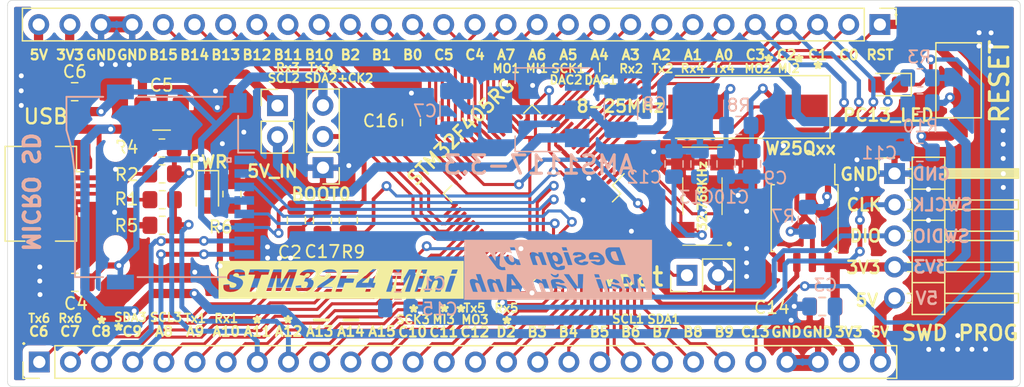
<source format=kicad_pcb>
(kicad_pcb (version 20171130) (host pcbnew "(5.1.10)-1")
  (layers (0 F.Cu signal) (31 B.Cu signal) (34 B.Paste user) (35 F.Paste user) (36 B.SilkS user) (37 F.SilkS user) (38 B.Mask user) (39 F.Mask user) (44 Edge.Cuts user))
  (net 0 "")
  (net 1 GND)
  (net 2 VBat)
  (net 3 +5V)
  (net 4 +3V3)
  (net 5 "Net-(C9-Pad1)")
  (net 6 "Net-(C10-Pad1)")
  (net 7 Reset)
  (net 8 "Net-(C12-Pad1)")
  (net 9 "Net-(C13-Pad1)")
  (net 10 PA13)
  (net 11 PA14)
  (net 12 "Net-(J3-Pad3)")
  (net 13 "Net-(J3-Pad2)")
  (net 14 PC12)
  (net 15 PD2)
  (net 16 PC0)
  (net 17 PC1)
  (net 18 PC2)
  (net 19 PC3)
  (net 20 PA0)
  (net 21 PA1)
  (net 22 PA2)
  (net 23 PA3)
  (net 24 PA4)
  (net 25 PA5)
  (net 26 PA6)
  (net 27 PA7)
  (net 28 PC4)
  (net 29 PC5)
  (net 30 PB0)
  (net 31 PB1)
  (net 32 PB2)
  (net 33 PB10)
  (net 34 PB11)
  (net 35 PB12)
  (net 36 PB13)
  (net 37 PB14)
  (net 38 PB15)
  (net 39 PC13)
  (net 40 PB9)
  (net 41 PB8)
  (net 42 PB7)
  (net 43 PB6)
  (net 44 PB5)
  (net 45 PB4)
  (net 46 PB3)
  (net 47 PC11)
  (net 48 PC10)
  (net 49 PA15)
  (net 50 PA12)
  (net 51 PA11)
  (net 52 PA10)
  (net 53 PA9)
  (net 54 PA8)
  (net 55 PC9)
  (net 56 PC8)
  (net 57 PC7)
  (net 58 PC6)
  (net 59 "Net-(R9-Pad1)")
  (net 60 "Net-(D1-Pad2)")
  (net 61 "Net-(D2-Pad2)")
  (net 62 "Net-(J14-Pad2)")
  (net 63 "Net-(C16-Pad1)")
  (net 64 "Net-(C17-Pad1)")
  (net 65 "Net-(J1-Pad2)")
  (module Bitmap:Design (layer B.Cu) (at 116.23802 100.20046 180)
    (fp_text reference . hide)
    (fp_text value " " hide)
  )
  (module "Bitmap:STM32F4 Mini" (layer F.Cu) (at 98.52914 101.00564)
    (fp_text reference . hide)
    (fp_text value . hide)
  )
  (module Capacitor_SMD:C_0805_2012Metric_Pad1.18x1.45mm_HandSolder (layer B.Cu) (at 127.7874 91.57208 90)
    (fp_text reference C13 (at -2.70764 -0.28448 180) (layer B.SilkS) (effects (justify mirror)))
    (fp_text value 22pF)
    (pad 2 smd roundrect (at 1.0375 0 90) (size 1.175 1.45) (layers B.Cu B.Paste B.Mask) (roundrect_rratio 0.2127659574468085) (net 1 GND))
    (pad 1 smd roundrect (at -1.0375 0 90) (size 1.175 1.45) (layers B.Cu B.Paste B.Mask) (roundrect_rratio 0.2127659574468085) (net 9 "Net-(C13-Pad1)"))
  )
  (module SD_Card:Conn_uSDcard (layer B.Cu) (at 80.137 93.4466 90)
    (fp_text reference J4)
    (fp_text value Micro_SD_Card)
    (pad 6 smd rect (at 7.75 0.4 90) (size 1.2 2.2) (layers B.Cu B.Paste B.Mask) (net 4 +3V3))
    (pad 6 smd rect (at -7.75 0.4 90) (size 1.2 2.2) (layers B.Cu B.Paste B.Mask) (net 4 +3V3))
    (pad 6 smd rect (at 6.85 10 90) (size 1.6 1.4) (layers B.Cu B.Paste B.Mask) (net 4 +3V3))
    (pad 6 smd rect (at -7.75 10 90) (size 1.2 1.4) (layers B.Cu B.Paste B.Mask) (net 4 +3V3))
    (pad 9 smd rect (at -6.6 10.5 90) (size 0.7 1.6) (layers B.Cu B.Paste B.Mask) (net 1 GND))
    (pad 7 smd rect (at -4.4 10.5 90) (size 0.7 1.6) (layers B.Cu B.Paste B.Mask) (net 56 PC8))
    (pad 8 smd rect (at -5.5 10.5 90) (size 0.7 1.6) (layers B.Cu B.Paste B.Mask) (net 55 PC9))
    (pad 6 smd rect (at -3.3 10.5 90) (size 0.7 1.6) (layers B.Cu B.Paste B.Mask) (net 4 +3V3))
    (pad 5 smd rect (at -2.2 10.5 90) (size 0.7 1.6) (layers B.Cu B.Paste B.Mask) (net 14 PC12))
    (pad 4 smd rect (at -1.1 10.5 90) (size 0.7 1.6) (layers B.Cu B.Paste B.Mask) (net 1 GND))
    (pad 1 smd rect (at 2.2 10.5 90) (size 0.7 1.6) (layers B.Cu B.Paste B.Mask) (net 48 PC10))
    (pad 2 smd rect (at 1.1 10.5 90) (size 0.7 1.6) (layers B.Cu B.Paste B.Mask) (net 47 PC11))
    (pad "" np_thru_hole circle (at 3.05 0 90) (size 1 1) (drill 1) (layers *.Cu))
    (pad "" np_thru_hole circle (at -4.93 0 90) (size 1 1) (drill 1) (layers *.Cu))
    (pad 3 smd rect (at 0 10.5 90) (size 0.7 1.6) (layers B.Cu B.Paste B.Mask) (net 15 PD2))
  )
  (module Capacitor_SMD:C_0805_2012Metric_Pad1.18x1.45mm_HandSolder (layer B.Cu) (at 103.1748 101.2698 180)
    (fp_text reference C1 (at -2.921 -0.0762) (layer B.SilkS) (effects (justify mirror)))
    (fp_text value 100nF)
    (pad 2 smd roundrect (at 1.0375 0 180) (size 1.175 1.45) (layers B.Cu B.Paste B.Mask) (roundrect_rratio 0.2127659574468085) (net 4 +3V3))
    (pad 1 smd roundrect (at -1.0375 0 180) (size 1.175 1.45) (layers B.Cu B.Paste B.Mask) (roundrect_rratio 0.2127659574468085) (net 1 GND))
  )
  (module Capacitor_SMD:C_0805_2012Metric_Pad1.18x1.45mm_HandSolder (layer F.Cu) (at 94.88678 96.15678 90)
    (fp_text reference C2 (at -2.61366 -0.53594 180) (layer F.SilkS))
    (fp_text value 100nF)
    (pad 1 smd roundrect (at -1.0375 0 90) (size 1.175 1.45) (layers F.Cu F.Paste F.Mask) (roundrect_rratio 0.2127659574468085) (net 1 GND))
    (pad 2 smd roundrect (at 1.0375 0 90) (size 1.175 1.45) (layers F.Cu F.Paste F.Mask) (roundrect_rratio 0.2127659574468085) (net 4 +3V3))
  )
  (module Capacitor_SMD:C_0805_2012Metric_Pad1.18x1.45mm_HandSolder (layer B.Cu) (at 137.7569 103.19258)
    (fp_text reference C3 (at 0.254 -1.74498) (layer B.SilkS) (effects (justify mirror)))
    (fp_text value 100nF)
    (pad 2 smd roundrect (at 1.0375 0) (size 1.175 1.45) (layers B.Cu B.Paste B.Mask) (roundrect_rratio 0.2127659574468085) (net 3 +5V))
    (pad 1 smd roundrect (at -1.0375 0) (size 1.175 1.45) (layers B.Cu B.Paste B.Mask) (roundrect_rratio 0.2127659574468085) (net 1 GND))
  )
  (module Capacitor_SMD:C_0805_2012Metric_Pad1.18x1.45mm_HandSolder (layer F.Cu) (at 76.81976 101.22408)
    (fp_text reference C4 (at 0.09144 1.7272) (layer F.SilkS))
    (fp_text value 100nF)
    (pad 1 smd roundrect (at -1.0375 0) (size 1.175 1.45) (layers F.Cu F.Paste F.Mask) (roundrect_rratio 0.2127659574468085) (net 1 GND))
    (pad 2 smd roundrect (at 1.0375 0) (size 1.175 1.45) (layers F.Cu F.Paste F.Mask) (roundrect_rratio 0.2127659574468085) (net 4 +3V3))
  )
  (module Capacitor_SMD:C_1210_3225Metric_Pad1.33x2.70mm_HandSolder (layer F.Cu) (at 83.8962 87.4522)
    (fp_text reference C5 (at 0 -2.3) (layer F.SilkS))
    (fp_text value 100uF)
    (pad 1 smd roundrect (at -1.5625 0) (size 1.325 2.7) (layers F.Cu F.Paste F.Mask) (roundrect_rratio 0.1886777358490566) (net 3 +5V))
    (pad 2 smd roundrect (at 1.5625 0) (size 1.325 2.7) (layers F.Cu F.Paste F.Mask) (roundrect_rratio 0.1886777358490566) (net 1 GND))
  )
  (module Capacitor_SMD:C_0805_2012Metric_Pad1.18x1.45mm_HandSolder (layer F.Cu) (at 76.8096 85.67928 180)
    (fp_text reference C6 (at -0.00762 1.6383) (layer F.SilkS))
    (fp_text value 100nF)
    (pad 1 smd roundrect (at -1.0375 0 180) (size 1.175 1.45) (layers F.Cu F.Paste F.Mask) (roundrect_rratio 0.2127659574468085) (net 1 GND))
    (pad 2 smd roundrect (at 1.0375 0 180) (size 1.175 1.45) (layers F.Cu F.Paste F.Mask) (roundrect_rratio 0.2127659574468085) (net 4 +3V3))
  )
  (module Capacitor_SMD:C_1210_3225Metric_Pad1.33x2.70mm_HandSolder (layer B.Cu) (at 107.95508 87.19058 270)
    (fp_text reference C7 (at 0.05842 2.57556 180) (layer B.SilkS) (effects (justify mirror)))
    (fp_text value 100uF)
    (pad 2 smd roundrect (at 1.5625 0 270) (size 1.325 2.7) (layers B.Cu B.Paste B.Mask) (roundrect_rratio 0.1886777358490566) (net 1 GND))
    (pad 1 smd roundrect (at -1.5625 0 270) (size 1.325 2.7) (layers B.Cu B.Paste B.Mask) (roundrect_rratio 0.1886777358490566) (net 4 +3V3))
  )
  (module Capacitor_SMD:C_1210_3225Metric_Pad1.33x2.70mm_HandSolder (layer B.Cu) (at 121.3485 87.22106 90)
    (fp_text reference C8 (at 0.56134 2.7305 180) (layer B.SilkS) (effects (justify mirror)))
    (fp_text value 100uF)
    (pad 1 smd roundrect (at -1.5625 0 90) (size 1.325 2.7) (layers B.Cu B.Paste B.Mask) (roundrect_rratio 0.1886777358490566) (net 4 +3V3))
    (pad 2 smd roundrect (at 1.5625 0 90) (size 1.325 2.7) (layers B.Cu B.Paste B.Mask) (roundrect_rratio 0.1886777358490566) (net 1 GND))
  )
  (module Capacitor_SMD:C_0805_2012Metric_Pad1.18x1.45mm_HandSolder (layer B.Cu) (at 132.00126 91.55938 270)
    (fp_text reference C9 (at 1.15824 -1.94818 180) (layer B.SilkS) (effects (justify mirror)))
    (fp_text value 22pF)
    (pad 1 smd roundrect (at -1.0375 0 270) (size 1.175 1.45) (layers B.Cu B.Paste B.Mask) (roundrect_rratio 0.2127659574468085) (net 5 "Net-(C9-Pad1)"))
    (pad 2 smd roundrect (at 1.0375 0 270) (size 1.175 1.45) (layers B.Cu B.Paste B.Mask) (roundrect_rratio 0.2127659574468085) (net 1 GND))
  )
  (module Capacitor_SMD:C_0805_2012Metric_Pad1.18x1.45mm_HandSolder (layer B.Cu) (at 129.91338 91.56954 270)
    (fp_text reference C10 (at 2.71018 -0.45212 180) (layer B.SilkS) (effects (justify mirror)))
    (fp_text value 22pF)
    (pad 2 smd roundrect (at 1.0375 0 270) (size 1.175 1.45) (layers B.Cu B.Paste B.Mask) (roundrect_rratio 0.2127659574468085) (net 1 GND))
    (pad 1 smd roundrect (at -1.0375 0 270) (size 1.175 1.45) (layers B.Cu B.Paste B.Mask) (roundrect_rratio 0.2127659574468085) (net 6 "Net-(C10-Pad1)"))
  )
  (module Capacitor_SMD:C_0805_2012Metric_Pad1.18x1.45mm_HandSolder (layer B.Cu) (at 145.7198 90.6272 180)
    (fp_text reference C11 (at 3.302 -0.04826) (layer B.SilkS) (effects (justify mirror)))
    (fp_text value 100nF)
    (pad 2 smd roundrect (at 1.0375 0 180) (size 1.175 1.45) (layers B.Cu B.Paste B.Mask) (roundrect_rratio 0.2127659574468085) (net 1 GND))
    (pad 1 smd roundrect (at -1.0375 0 180) (size 1.175 1.45) (layers B.Cu B.Paste B.Mask) (roundrect_rratio 0.2127659574468085) (net 7 Reset))
  )
  (module Capacitor_SMD:C_0805_2012Metric_Pad1.18x1.45mm_HandSolder (layer B.Cu) (at 125.67666 91.56954 90)
    (fp_text reference C12 (at -1.07696 -2.42316 180) (layer B.SilkS) (effects (justify mirror)))
    (fp_text value 22pF)
    (pad 2 smd roundrect (at 1.0375 0 90) (size 1.175 1.45) (layers B.Cu B.Paste B.Mask) (roundrect_rratio 0.2127659574468085) (net 1 GND))
    (pad 1 smd roundrect (at -1.0375 0 90) (size 1.175 1.45) (layers B.Cu B.Paste B.Mask) (roundrect_rratio 0.2127659574468085) (net 8 "Net-(C12-Pad1)"))
  )
  (module Capacitor_SMD:C_0805_2012Metric_Pad1.18x1.45mm_HandSolder (layer F.Cu) (at 137.77722 103.19258)
    (fp_text reference C14 (at -4.12242 0.0889) (layer F.SilkS))
    (fp_text value 100nF)
    (pad 1 smd roundrect (at -1.0375 0) (size 1.175 1.45) (layers F.Cu F.Paste F.Mask) (roundrect_rratio 0.2127659574468085) (net 1 GND))
    (pad 2 smd roundrect (at 1.0375 0) (size 1.175 1.45) (layers F.Cu F.Paste F.Mask) (roundrect_rratio 0.2127659574468085) (net 4 +3V3))
  )
  (module Capacitor_SMD:C_0805_2012Metric_Pad1.18x1.45mm_HandSolder (layer B.Cu) (at 103.16464 103.34498 180)
    (fp_text reference C15 (at -3.429 -0.0508) (layer B.SilkS) (effects (justify mirror)))
    (fp_text value 100nF)
    (pad 2 smd roundrect (at 1.0375 0 180) (size 1.175 1.45) (layers B.Cu B.Paste B.Mask) (roundrect_rratio 0.2127659574468085) (net 4 +3V3))
    (pad 1 smd roundrect (at -1.0375 0 180) (size 1.175 1.45) (layers B.Cu B.Paste B.Mask) (roundrect_rratio 0.2127659574468085) (net 1 GND))
  )
  (module Capacitor_SMD:C_0805_2012Metric_Pad1.18x1.45mm_HandSolder (layer F.Cu) (at 104.267 88.1888 90)
    (fp_text reference C16 (at 0.13208 -2.50952 180) (layer F.SilkS))
    (fp_text value 100nF)
    (pad 1 smd roundrect (at -1.0375 0 90) (size 1.175 1.45) (layers F.Cu F.Paste F.Mask) (roundrect_rratio 0.2127659574468085) (net 63 "Net-(C16-Pad1)"))
    (pad 2 smd roundrect (at 1.0375 0 90) (size 1.175 1.45) (layers F.Cu F.Paste F.Mask) (roundrect_rratio 0.2127659574468085) (net 1 GND))
  )
  (module Capacitor_SMD:C_0805_2012Metric_Pad1.18x1.45mm_HandSolder (layer F.Cu) (at 97.01276 96.16694 90)
    (fp_text reference C17 (at -2.55016 -0.0127 180) (layer F.SilkS))
    (fp_text value 100nF)
    (pad 1 smd roundrect (at -1.0375 0 90) (size 1.175 1.45) (layers F.Cu F.Paste F.Mask) (roundrect_rratio 0.2127659574468085) (net 64 "Net-(C17-Pad1)"))
    (pad 2 smd roundrect (at 1.0375 0 90) (size 1.175 1.45) (layers F.Cu F.Paste F.Mask) (roundrect_rratio 0.2127659574468085) (net 1 GND))
  )
  (module LED_SMD:LED_0805_2012Metric_Castellated (layer F.Cu) (at 143.13662 85.09762 180)
    (fp_text reference PC13_LED (at -0.0127 -2.49428) (layer F.SilkS) (effects (font (thickness 0.2))))
    (fp_text value LED)
    (pad 2 smd roundrect (at 0.9625 0 180) (size 1.325 1.3) (layers F.Cu F.Paste F.Mask) (roundrect_rratio 0.1923069230769231) (net 60 "Net-(D1-Pad2)"))
    (pad 1 smd roundrect (at -0.9625 0 180) (size 1.325 1.3) (layers F.Cu F.Paste F.Mask) (roundrect_rratio 0.1923069230769231) (net 39 PC13))
  )
  (module LED_SMD:LED_0805_2012Metric_Castellated (layer F.Cu) (at 87.62746 94.00032 270)
    (fp_text reference PWR (at -2.5908 -0.05842 180) (layer F.SilkS) (effects (font (thickness 0.2))))
    (fp_text value LED)
    (pad 1 smd roundrect (at -0.9625 0 270) (size 1.325 1.3) (layers F.Cu F.Paste F.Mask) (roundrect_rratio 0.1923069230769231) (net 4 +3V3))
    (pad 2 smd roundrect (at 0.9625 0 270) (size 1.325 1.3) (layers F.Cu F.Paste F.Mask) (roundrect_rratio 0.1923069230769231) (net 61 "Net-(D2-Pad2)"))
  )
  (module Connector_PinHeader_2.54mm:PinHeader_1x05_P2.54mm_Horizontal (layer F.Cu) (at 143.65478 92.35186)
    (fp_text reference "SWD PROG" (at 5.34162 13.00226) (layer F.SilkS) (effects (font (size 1.2 1.2) (thickness 0.23))))
    (fp_text value SWD)
    (pad 1 thru_hole rect (at 0 0) (size 1.7 1.7) (drill 1) (layers *.Cu *.Mask) (net 1 GND))
    (pad 2 thru_hole oval (at 0 2.54) (size 1.7 1.7) (drill 1) (layers *.Cu *.Mask) (net 11 PA14))
    (pad 3 thru_hole oval (at 0 5.08) (size 1.7 1.7) (drill 1) (layers *.Cu *.Mask) (net 10 PA13))
    (pad 4 thru_hole oval (at 0 7.62) (size 1.7 1.7) (drill 1) (layers *.Cu *.Mask) (net 4 +3V3))
    (pad 5 thru_hole oval (at 0 10.16) (size 1.7 1.7) (drill 1) (layers *.Cu *.Mask) (net 3 +5V))
  )
  (module USB:USB_Micro-B_Amphenol_10104110_Horizontal (layer F.Cu) (at 75.29576 94.00032 270)
    (fp_text reference USB (at -6.29666 0.84328 180) (layer F.SilkS) (effects (font (size 1.2 1.2) (thickness 0.2))))
    (fp_text value USB)
    (pad 6 smd rect (at 1.15 1.3 270) (size 1.8 1.9) (layers F.Cu F.Paste F.Mask) (net 1 GND))
    (pad 6 smd rect (at -1.15 1.3 270) (size 1.8 1.9) (layers F.Cu F.Paste F.Mask) (net 1 GND))
    (pad 6 smd rect (at 3.75 1.3 270) (size 2.3 1.9) (layers F.Cu F.Paste F.Mask) (net 1 GND))
    (pad 6 smd rect (at -3.75 1.3 270) (size 2.3 1.9) (layers F.Cu F.Paste F.Mask) (net 1 GND))
    (pad 5 smd rect (at 1.3 -1.55 270) (size 0.4 1.4) (layers F.Cu F.Paste F.Mask) (net 1 GND))
    (pad 4 smd rect (at 0.65 -1.55 270) (size 0.4 1.4) (layers F.Cu F.Paste F.Mask) (net 1 GND))
    (pad 3 smd rect (at 0 -1.55 270) (size 0.4 1.4) (layers F.Cu F.Paste F.Mask) (net 12 "Net-(J3-Pad3)"))
    (pad 2 smd rect (at -0.65 -1.55 270) (size 0.4 1.4) (layers F.Cu F.Paste F.Mask) (net 13 "Net-(J3-Pad2)"))
    (pad 1 smd rect (at -1.3 -1.55 270) (size 0.4 1.4) (layers F.Cu F.Paste F.Mask) (net 3 +5V))
  )
  (module Connector_PinHeader_2.54mm:PinHeader_1x02_P2.54mm_Vertical (layer F.Cu) (at 126.7333 100.6475 90)
    (fp_text reference VBat (at -0.11684 -4.45008 180) (layer F.SilkS) (effects (font (size 1.5 1.5) (thickness 0.25))))
    (fp_text value VBAT)
    (pad 2 thru_hole oval (at 0 2.54 90) (size 1.7 1.7) (drill 1) (layers *.Cu *.Mask) (net 1 GND))
    (pad 1 thru_hole rect (at 0 0 90) (size 1.7 1.7) (drill 1) (layers *.Cu *.Mask) (net 2 VBat))
  )
  (module Connector_PinHeader_2.54mm:PinHeader_1x02_P2.54mm_Vertical (layer F.Cu) (at 93.345 86.8172)
    (fp_text reference 5V_IN (at -0.39878 5.34162 180) (layer F.SilkS) (effects (font (thickness 0.2))))
    (fp_text value "5V buck")
    (pad 1 thru_hole rect (at 0 0) (size 1.7 1.7) (drill 1) (layers *.Cu *.Mask) (net 3 +5V))
    (pad 2 thru_hole oval (at 0 2.54) (size 1.7 1.7) (drill 1) (layers *.Cu *.Mask) (net 62 "Net-(J14-Pad2)"))
  )
  (module Resistor_SMD:R_0805_2012Metric_Pad1.20x1.40mm_HandSolder (layer F.Cu) (at 83.947 94.48292 180)
    (fp_text reference R1 (at 2.91338 0.05334) (layer F.SilkS))
    (fp_text value 22R)
    (pad 1 smd roundrect (at -1 0 180) (size 1.2 1.4) (layers F.Cu F.Paste F.Mask) (roundrect_rratio 0.2083325) (net 50 PA12))
    (pad 2 smd roundrect (at 1 0 180) (size 1.2 1.4) (layers F.Cu F.Paste F.Mask) (roundrect_rratio 0.2083325) (net 12 "Net-(J3-Pad3)"))
  )
  (module Resistor_SMD:R_0805_2012Metric_Pad1.20x1.40mm_HandSolder (layer F.Cu) (at 83.93684 92.3798 180)
    (fp_text reference R2 (at 2.87528 -0.0635) (layer F.SilkS))
    (fp_text value 22R)
    (pad 2 smd roundrect (at 1 0 180) (size 1.2 1.4) (layers F.Cu F.Paste F.Mask) (roundrect_rratio 0.2083325) (net 13 "Net-(J3-Pad2)"))
    (pad 1 smd roundrect (at -1 0 180) (size 1.2 1.4) (layers F.Cu F.Paste F.Mask) (roundrect_rratio 0.2083325) (net 51 PA11))
  )
  (module Resistor_SMD:R_0805_2012Metric_Pad1.20x1.40mm_HandSolder (layer B.Cu) (at 145.7325 84.54898 180)
    (fp_text reference R3 (at 0.06858 1.69926 180) (layer B.SilkS) (effects (justify mirror)))
    (fp_text value 560)
    (pad 2 smd roundrect (at 1 0 180) (size 1.2 1.4) (layers B.Cu B.Paste B.Mask) (roundrect_rratio 0.2083325) (net 60 "Net-(D1-Pad2)"))
    (pad 1 smd roundrect (at -1 0 180) (size 1.2 1.4) (layers B.Cu B.Paste B.Mask) (roundrect_rratio 0.2083325) (net 1 GND))
  )
  (module Resistor_SMD:R_0805_2012Metric_Pad1.20x1.40mm_HandSolder (layer F.Cu) (at 83.9216 90.2716 180)
    (fp_text reference R4 (at 2.88798 0.05588) (layer F.SilkS))
    (fp_text value 4k7)
    (pad 1 smd roundrect (at -1 0 180) (size 1.2 1.4) (layers F.Cu F.Paste F.Mask) (roundrect_rratio 0.2083325) (net 51 PA11))
    (pad 2 smd roundrect (at 1 0 180) (size 1.2 1.4) (layers F.Cu F.Paste F.Mask) (roundrect_rratio 0.2083325) (net 1 GND))
  )
  (module Resistor_SMD:R_0805_2012Metric_Pad1.20x1.40mm_HandSolder (layer F.Cu) (at 83.947 96.5708 180)
    (fp_text reference R5 (at 2.91338 -0.03302) (layer F.SilkS))
    (fp_text value 4k7)
    (pad 2 smd roundrect (at 1 0 180) (size 1.2 1.4) (layers F.Cu F.Paste F.Mask) (roundrect_rratio 0.2083325) (net 1 GND))
    (pad 1 smd roundrect (at -1 0 180) (size 1.2 1.4) (layers F.Cu F.Paste F.Mask) (roundrect_rratio 0.2083325) (net 50 PA12))
  )
  (module Resistor_SMD:R_0805_2012Metric_Pad1.20x1.40mm_HandSolder (layer F.Cu) (at 89.63406 94.02318 270)
    (fp_text reference R6 (at 2.68732 0.9144 180) (layer F.SilkS))
    (fp_text value 150)
    (pad 1 smd roundrect (at -1 0 270) (size 1.2 1.4) (layers F.Cu F.Paste F.Mask) (roundrect_rratio 0.2083325) (net 1 GND))
    (pad 2 smd roundrect (at 1 0 270) (size 1.2 1.4) (layers F.Cu F.Paste F.Mask) (roundrect_rratio 0.2083325) (net 61 "Net-(D2-Pad2)"))
  )
  (module Resistor_SMD:R_0805_2012Metric_Pad1.20x1.40mm_HandSolder (layer B.Cu) (at 130.95224 88.43264 180)
    (fp_text reference R8 (at 0 1.65) (layer B.SilkS) (effects (justify mirror)))
    (fp_text value 10M)
    (pad 1 smd roundrect (at -1 0 180) (size 1.2 1.4) (layers B.Cu B.Paste B.Mask) (roundrect_rratio 0.2083325) (net 5 "Net-(C9-Pad1)"))
    (pad 2 smd roundrect (at 1 0 180) (size 1.2 1.4) (layers B.Cu B.Paste B.Mask) (roundrect_rratio 0.2083325) (net 6 "Net-(C10-Pad1)"))
  )
  (module Resistor_SMD:R_0805_2012Metric_Pad1.20x1.40mm_HandSolder (layer F.Cu) (at 99.12096 96.15932 90)
    (fp_text reference R9 (at -2.58318 0.39624 180) (layer F.SilkS))
    (fp_text value 10k)
    (pad 2 smd roundrect (at 1 0 90) (size 1.2 1.4) (layers F.Cu F.Paste F.Mask) (roundrect_rratio 0.2083325) (net 65 "Net-(J1-Pad2)"))
    (pad 1 smd roundrect (at -1 0 90) (size 1.2 1.4) (layers F.Cu F.Paste F.Mask) (roundrect_rratio 0.2083325) (net 59 "Net-(R9-Pad1)"))
  )
  (module Resistor_SMD:R_0805_2012Metric_Pad1.20x1.40mm_HandSolder (layer B.Cu) (at 145.7325 86.5886 180)
    (fp_text reference R10 (at -0.04318 -1.88468) (layer B.SilkS) (effects (justify mirror)))
    (fp_text value 10k)
    (pad 1 smd roundrect (at -1 0 180) (size 1.2 1.4) (layers B.Cu B.Paste B.Mask) (roundrect_rratio 0.2083325) (net 7 Reset))
    (pad 2 smd roundrect (at 1 0 180) (size 1.2 1.4) (layers B.Cu B.Paste B.Mask) (roundrect_rratio 0.2083325) (net 4 +3V3))
  )
  (module Package_TO_SOT_SMD:SOT-223-3_TabPin2 (layer B.Cu) (at 114.6302 87.1474 180)
    (fp_text reference AMS1117-3.3 (at -0.0254 -4.4958 180) (layer B.SilkS) (effects (font (size 1.5 1.5) (thickness 0.25)) (justify mirror)))
    (fp_text value AP1117-33)
    (pad 2 smd rect (at 3.15 0 180) (size 2 3.8) (layers B.Cu B.Paste B.Mask) (net 4 +3V3))
    (pad 2 smd rect (at -3.15 0 180) (size 2 1.5) (layers B.Cu B.Paste B.Mask) (net 4 +3V3))
    (pad 3 smd rect (at -3.15 -2.3 180) (size 2 1.5) (layers B.Cu B.Paste B.Mask) (net 62 "Net-(J14-Pad2)"))
    (pad 1 smd rect (at -3.15 2.3 180) (size 2 1.5) (layers B.Cu B.Paste B.Mask) (net 1 GND))
  )
  (module Package_QFP:LQFP-64_10x10mm_P0.5mm (layer F.Cu) (at 114.102799 93.986001 225)
    (fp_text reference STM32F405RG (at 0.560367 7.652479 45) (layer F.SilkS) (effects (font (size 1.1 1.1) (thickness 0.2))))
    (fp_text value STM32F405RGTx)
    (pad 1 smd roundrect (at -5.675 -3.75 225) (size 1.55 0.3) (layers F.Cu F.Paste F.Mask) (net 2 VBat))
    (pad 2 smd roundrect (at -5.675 -3.25 225) (size 1.55 0.3) (layers F.Cu F.Paste F.Mask) (net 39 PC13))
    (pad 3 smd roundrect (at -5.675 -2.75 225) (size 1.55 0.3) (layers F.Cu F.Paste F.Mask) (net 8 "Net-(C12-Pad1)"))
    (pad 4 smd roundrect (at -5.675 -2.25 225) (size 1.55 0.3) (layers F.Cu F.Paste F.Mask) (net 9 "Net-(C13-Pad1)"))
    (pad 5 smd roundrect (at -5.675 -1.75 225) (size 1.55 0.3) (layers F.Cu F.Paste F.Mask) (net 5 "Net-(C9-Pad1)"))
    (pad 6 smd roundrect (at -5.675 -1.25 225) (size 1.55 0.3) (layers F.Cu F.Paste F.Mask) (net 6 "Net-(C10-Pad1)"))
    (pad 7 smd roundrect (at -5.675 -0.75 225) (size 1.55 0.3) (layers F.Cu F.Paste F.Mask) (net 7 Reset))
    (pad 8 smd roundrect (at -5.675 -0.25 225) (size 1.55 0.3) (layers F.Cu F.Paste F.Mask) (net 16 PC0))
    (pad 9 smd roundrect (at -5.675 0.25 225) (size 1.55 0.3) (layers F.Cu F.Paste F.Mask) (net 17 PC1))
    (pad 10 smd roundrect (at -5.675 0.75 225) (size 1.55 0.3) (layers F.Cu F.Paste F.Mask) (net 18 PC2))
    (pad 11 smd roundrect (at -5.675 1.25 225) (size 1.55 0.3) (layers F.Cu F.Paste F.Mask) (net 19 PC3))
    (pad 12 smd roundrect (at -5.675 1.75 225) (size 1.55 0.3) (layers F.Cu F.Paste F.Mask) (net 1 GND))
    (pad 13 smd roundrect (at -5.675 2.25 225) (size 1.55 0.3) (layers F.Cu F.Paste F.Mask) (net 4 +3V3))
    (pad 14 smd roundrect (at -5.675 2.75 225) (size 1.55 0.3) (layers F.Cu F.Paste F.Mask) (net 20 PA0))
    (pad 15 smd roundrect (at -5.675 3.25 225) (size 1.55 0.3) (layers F.Cu F.Paste F.Mask) (net 21 PA1))
    (pad 16 smd roundrect (at -5.675 3.75 225) (size 1.55 0.3) (layers F.Cu F.Paste F.Mask) (net 22 PA2))
    (pad 17 smd roundrect (at -3.75 5.675 225) (size 0.3 1.55) (layers F.Cu F.Paste F.Mask) (net 23 PA3))
    (pad 18 smd roundrect (at -3.25 5.675 225) (size 0.3 1.55) (layers F.Cu F.Paste F.Mask) (net 1 GND))
    (pad 19 smd roundrect (at -2.75 5.675 225) (size 0.3 1.55) (layers F.Cu F.Paste F.Mask) (net 4 +3V3))
    (pad 20 smd roundrect (at -2.25 5.675 225) (size 0.3 1.55) (layers F.Cu F.Paste F.Mask) (net 24 PA4))
    (pad 21 smd roundrect (at -1.75 5.675 225) (size 0.3 1.55) (layers F.Cu F.Paste F.Mask) (net 25 PA5))
    (pad 22 smd roundrect (at -1.25 5.675 225) (size 0.3 1.55) (layers F.Cu F.Paste F.Mask) (net 26 PA6))
    (pad 23 smd roundrect (at -0.75 5.675 225) (size 0.3 1.55) (layers F.Cu F.Paste F.Mask) (net 27 PA7))
    (pad 24 smd roundrect (at -0.25 5.675 225) (size 0.3 1.55) (layers F.Cu F.Paste F.Mask) (net 28 PC4))
    (pad 25 smd roundrect (at 0.25 5.675 225) (size 0.3 1.55) (layers F.Cu F.Paste F.Mask) (net 29 PC5))
    (pad 26 smd roundrect (at 0.75 5.675 225) (size 0.3 1.55) (layers F.Cu F.Paste F.Mask) (net 30 PB0))
    (pad 27 smd roundrect (at 1.25 5.675 225) (size 0.3 1.55) (layers F.Cu F.Paste F.Mask) (net 31 PB1))
    (pad 28 smd roundrect (at 1.75 5.675 225) (size 0.3 1.55) (layers F.Cu F.Paste F.Mask) (net 32 PB2))
    (pad 29 smd roundrect (at 2.25 5.675 225) (size 0.3 1.55) (layers F.Cu F.Paste F.Mask) (net 33 PB10))
    (pad 30 smd roundrect (at 2.75 5.675 225) (size 0.3 1.55) (layers F.Cu F.Paste F.Mask) (net 34 PB11))
    (pad 31 smd roundrect (at 3.25 5.675 225) (size 0.3 1.55) (layers F.Cu F.Paste F.Mask) (net 63 "Net-(C16-Pad1)"))
    (pad 32 smd roundrect (at 3.75 5.675 225) (size 0.3 1.55) (layers F.Cu F.Paste F.Mask) (net 4 +3V3))
    (pad 33 smd roundrect (at 5.675 3.75 225) (size 1.55 0.3) (layers F.Cu F.Paste F.Mask) (net 35 PB12))
    (pad 34 smd roundrect (at 5.675 3.25 225) (size 1.55 0.3) (layers F.Cu F.Paste F.Mask) (net 36 PB13))
    (pad 35 smd roundrect (at 5.675 2.75 225) (size 1.55 0.3) (layers F.Cu F.Paste F.Mask) (net 37 PB14))
    (pad 36 smd roundrect (at 5.675 2.25 225) (size 1.55 0.3) (layers F.Cu F.Paste F.Mask) (net 38 PB15))
    (pad 37 smd roundrect (at 5.675 1.75 225) (size 1.55 0.3) (layers F.Cu F.Paste F.Mask) (net 58 PC6))
    (pad 38 smd roundrect (at 5.675 1.25 225) (size 1.55 0.3) (layers F.Cu F.Paste F.Mask) (net 57 PC7))
    (pad 39 smd roundrect (at 5.675 0.75 225) (size 1.55 0.3) (layers F.Cu F.Paste F.Mask) (net 56 PC8))
    (pad 40 smd roundrect (at 5.675 0.25 225) (size 1.55 0.3) (layers F.Cu F.Paste F.Mask) (net 55 PC9))
    (pad 41 smd roundrect (at 5.675 -0.25 225) (size 1.55 0.3) (layers F.Cu F.Paste F.Mask) (net 54 PA8))
    (pad 42 smd roundrect (at 5.675 -0.75 225) (size 1.55 0.3) (layers F.Cu F.Paste F.Mask) (net 53 PA9))
    (pad 43 smd roundrect (at 5.675 -1.25 225) (size 1.55 0.3) (layers F.Cu F.Paste F.Mask) (net 52 PA10))
    (pad 44 smd roundrect (at 5.675 -1.75 225) (size 1.55 0.3) (layers F.Cu F.Paste F.Mask) (net 51 PA11))
    (pad 45 smd roundrect (at 5.675 -2.25 225) (size 1.55 0.3) (layers F.Cu F.Paste F.Mask) (net 50 PA12))
    (pad 46 smd roundrect (at 5.675 -2.75 225) (size 1.55 0.3) (layers F.Cu F.Paste F.Mask) (net 10 PA13))
    (pad 47 smd roundrect (at 5.675 -3.25 225) (size 1.55 0.3) (layers F.Cu F.Paste F.Mask) (net 64 "Net-(C17-Pad1)"))
    (pad 48 smd roundrect (at 5.675 -3.75 225) (size 1.55 0.3) (layers F.Cu F.Paste F.Mask) (net 4 +3V3))
    (pad 49 smd roundrect (at 3.75 -5.675 225) (size 0.3 1.55) (layers F.Cu F.Paste F.Mask) (net 11 PA14))
    (pad 50 smd roundrect (at 3.25 -5.675 225) (size 0.3 1.55) (layers F.Cu F.Paste F.Mask) (net 49 PA15))
    (pad 51 smd roundrect (at 2.75 -5.675 225) (size 0.3 1.55) (layers F.Cu F.Paste F.Mask) (net 48 PC10))
    (pad 52 smd roundrect (at 2.25 -5.675 225) (size 0.3 1.55) (layers F.Cu F.Paste F.Mask) (net 47 PC11))
    (pad 53 smd roundrect (at 1.75 -5.675 225) (size 0.3 1.55) (layers F.Cu F.Paste F.Mask) (net 14 PC12))
    (pad 54 smd roundrect (at 1.25 -5.675 225) (size 0.3 1.55) (layers F.Cu F.Paste F.Mask) (net 15 PD2))
    (pad 55 smd roundrect (at 0.75 -5.675 225) (size 0.3 1.55) (layers F.Cu F.Paste F.Mask) (net 46 PB3))
    (pad 56 smd roundrect (at 0.25 -5.675 225) (size 0.3 1.55) (layers F.Cu F.Paste F.Mask) (net 45 PB4))
    (pad 57 smd roundrect (at -0.25 -5.675 225) (size 0.3 1.55) (layers F.Cu F.Paste F.Mask) (net 44 PB5))
    (pad 58 smd roundrect (at -0.75 -5.675 225) (size 0.3 1.55) (layers F.Cu F.Paste F.Mask) (net 43 PB6))
    (pad 59 smd roundrect (at -1.25 -5.675 225) (size 0.3 1.55) (layers F.Cu F.Paste F.Mask) (net 42 PB7))
    (pad 60 smd roundrect (at -1.75 -5.675 225) (size 0.3 1.55) (layers F.Cu F.Paste F.Mask) (net 59 "Net-(R9-Pad1)"))
    (pad 61 smd roundrect (at -2.25 -5.675 225) (size 0.3 1.55) (layers F.Cu F.Paste F.Mask) (net 41 PB8))
    (pad 62 smd roundrect (at -2.75 -5.675 225) (size 0.3 1.55) (layers F.Cu F.Paste F.Mask) (net 40 PB9))
    (pad 63 smd roundrect (at -3.25 -5.675 225) (size 0.3 1.55) (layers F.Cu F.Paste F.Mask) (net 1 GND))
    (pad 64 smd roundrect (at -3.75 -5.675 225) (size 0.3 1.55) (layers F.Cu F.Paste F.Mask) (net 4 +3V3))
  )
  (module Crystal:Crystal_SMD_HC49-SD (layer F.Cu) (at 131.699 86.9188 180)
    (fp_text reference 8-25MHz (at 10.40892 0.05588) (layer F.SilkS) (effects (font (thickness 0.2))))
    (fp_text value 8MHz)
    (pad 1 smd rect (at -4.25 0 180) (size 4.5 2) (layers F.Cu F.Paste F.Mask) (net 5 "Net-(C9-Pad1)"))
    (pad 2 smd rect (at 4.25 0 180) (size 4.5 2) (layers F.Cu F.Paste F.Mask) (net 6 "Net-(C10-Pad1)"))
  )
  (module MC-306:MC306327680KE3ROHS (layer F.Cu) (at 127.9906 94.1959 90)
    (fp_text reference 32.768KHz (at 0.01016 -0.00508 270) (layer F.SilkS) (effects (font (size 0.7 0.7) (thickness 0.175))))
    (fp_text value 32.768KHz hide)
    (pad 1 smd rect (at -2.75 1.6 90) (size 1.3 1.9) (layers F.Cu F.Paste F.Mask) (net 9 "Net-(C13-Pad1)"))
    (pad 2 smd rect (at 2.75 1.6 90) (size 1.3 1.9) (layers F.Cu F.Paste F.Mask) (net 1 GND))
    (pad 3 smd rect (at 2.75 -1.6 90) (size 1.3 1.9) (layers F.Cu F.Paste F.Mask) (net 1 GND))
    (pad 4 smd rect (at -2.75 -1.6 90) (size 1.3 1.9) (layers F.Cu F.Paste F.Mask) (net 8 "Net-(C12-Pad1)"))
  )
  (module Resistor_SMD:R_0805_2012Metric_Pad1.20x1.40mm_HandSolder (layer B.Cu) (at 136.5504 96.0882 90)
    (fp_text reference R7 (at 0.26416 -1.97866) (layer B.SilkS) (effects (justify mirror)))
    (fp_text value 10k)
    (pad 1 smd roundrect (at -1 0 90) (size 1.2 1.4) (layers B.Cu B.Paste B.Mask) (roundrect_rratio 0.2083325) (net 4 +3V3))
    (pad 2 smd roundrect (at 1 0 90) (size 1.2 1.4) (layers B.Cu B.Paste B.Mask) (roundrect_rratio 0.2083325) (net 17 PC1))
  )
  (module Package_SO:SOIC-8_5.23x5.23mm_P1.27mm (layer F.Cu) (at 136.3218 95.9866 270)
    (fp_text reference W25Qxx (at -5.68198 0.33274) (layer F.SilkS) (effects (font (thickness 0.2))))
    (fp_text value W25Q32JVSS)
    (pad 1 smd roundrect (at -3.6 -1.905 270) (size 1.6 0.6) (layers F.Cu F.Paste F.Mask) (net 17 PC1))
    (pad 2 smd roundrect (at -3.6 -0.635 270) (size 1.6 0.6) (layers F.Cu F.Paste F.Mask) (net 18 PC2))
    (pad 3 smd roundrect (at -3.6 0.635 270) (size 1.6 0.6) (layers F.Cu F.Paste F.Mask) (net 4 +3V3))
    (pad 4 smd roundrect (at -3.6 1.905 270) (size 1.6 0.6) (layers F.Cu F.Paste F.Mask) (net 1 GND))
    (pad 5 smd roundrect (at 3.6 1.905 270) (size 1.6 0.6) (layers F.Cu F.Paste F.Mask) (net 19 PC3))
    (pad 6 smd roundrect (at 3.6 0.635 270) (size 1.6 0.6) (layers F.Cu F.Paste F.Mask) (net 33 PB10))
    (pad 7 smd roundrect (at 3.6 -0.635 270) (size 1.6 0.6) (layers F.Cu F.Paste F.Mask) (net 4 +3V3))
    (pad 8 smd roundrect (at 3.6 -1.905 270) (size 1.6 0.6) (layers F.Cu F.Paste F.Mask) (net 4 +3V3))
  )
  (module Button_Switch_SMD:SW_SPST_CK_RS282G05A3 (layer F.Cu) (at 148.87702 84.74964 270)
    (fp_text reference RESET (at 0.09906 -3.32994 90) (layer F.SilkS) (effects (font (size 1.5 1.5) (thickness 0.25))))
    (fp_text value Reset)
    (pad 1 smd rect (at -3.9 0 270) (size 1.5 1.5) (layers F.Cu F.Paste F.Mask) (net 1 GND))
    (pad 2 smd rect (at 3.9 0 270) (size 1.5 1.5) (layers F.Cu F.Paste F.Mask) (net 7 Reset))
  )
  (module Connector_PinHeader_2.54mm:PinHeader_1x03_P2.54mm_Vertical (layer F.Cu) (at 97.0534 91.8718 180)
    (fp_text reference BOOT0 (at 0.16002 -2.16154) (layer F.SilkS) (effects (font (thickness 0.2))))
    (fp_text value BOOT)
    (pad 1 thru_hole rect (at 0 0 180) (size 1.7 1.7) (drill 1) (layers *.Cu *.Mask) (net 1 GND))
    (pad 2 thru_hole oval (at 0 2.54 180) (size 1.7 1.7) (drill 1) (layers *.Cu *.Mask) (net 65 "Net-(J1-Pad2)"))
    (pad 3 thru_hole oval (at 0 5.08 180) (size 1.7 1.7) (drill 1) (layers *.Cu *.Mask) (net 4 +3V3))
  )
  (module Connector_PinHeader_2.54mm:PinHeader_1x28_P2.54mm_Vertical (layer F.Cu) (at 142.45844 80.20304 270)
    (fp_text reference . (at -0.79248 -0.90678 90) (layer F.SilkS))
    (fp_text value Con_B)
    (pad 1 thru_hole rect (at 0 0 270) (size 1.7 1.7) (drill 1) (layers *.Cu *.Mask) (net 7 Reset))
    (pad 2 thru_hole oval (at 0 2.54 270) (size 1.7 1.7) (drill 1) (layers *.Cu *.Mask) (net 16 PC0))
    (pad 3 thru_hole oval (at 0 5.08 270) (size 1.7 1.7) (drill 1) (layers *.Cu *.Mask) (net 17 PC1))
    (pad 4 thru_hole oval (at 0 7.62 270) (size 1.7 1.7) (drill 1) (layers *.Cu *.Mask) (net 18 PC2))
    (pad 5 thru_hole oval (at 0 10.16 270) (size 1.7 1.7) (drill 1) (layers *.Cu *.Mask) (net 19 PC3))
    (pad 6 thru_hole oval (at 0 12.7 270) (size 1.7 1.7) (drill 1) (layers *.Cu *.Mask) (net 20 PA0))
    (pad 7 thru_hole oval (at 0 15.24 270) (size 1.7 1.7) (drill 1) (layers *.Cu *.Mask) (net 21 PA1))
    (pad 8 thru_hole oval (at 0 17.78 270) (size 1.7 1.7) (drill 1) (layers *.Cu *.Mask) (net 22 PA2))
    (pad 9 thru_hole oval (at 0 20.32 270) (size 1.7 1.7) (drill 1) (layers *.Cu *.Mask) (net 23 PA3))
    (pad 10 thru_hole oval (at 0 22.86 270) (size 1.7 1.7) (drill 1) (layers *.Cu *.Mask) (net 24 PA4))
    (pad 11 thru_hole oval (at 0 25.4 270) (size 1.7 1.7) (drill 1) (layers *.Cu *.Mask) (net 25 PA5))
    (pad 12 thru_hole oval (at 0 27.94 270) (size 1.7 1.7) (drill 1) (layers *.Cu *.Mask) (net 26 PA6))
    (pad 13 thru_hole oval (at 0 30.48 270) (size 1.7 1.7) (drill 1) (layers *.Cu *.Mask) (net 27 PA7))
    (pad 14 thru_hole oval (at 0 33.02 270) (size 1.7 1.7) (drill 1) (layers *.Cu *.Mask) (net 28 PC4))
    (pad 15 thru_hole oval (at 0 35.56 270) (size 1.7 1.7) (drill 1) (layers *.Cu *.Mask) (net 29 PC5))
    (pad 16 thru_hole oval (at 0 38.1 270) (size 1.7 1.7) (drill 1) (layers *.Cu *.Mask) (net 30 PB0))
    (pad 17 thru_hole oval (at 0 40.64 270) (size 1.7 1.7) (drill 1) (layers *.Cu *.Mask) (net 31 PB1))
    (pad 18 thru_hole oval (at 0 43.18 270) (size 1.7 1.7) (drill 1) (layers *.Cu *.Mask) (net 32 PB2))
    (pad 19 thru_hole oval (at 0 45.72 270) (size 1.7 1.7) (drill 1) (layers *.Cu *.Mask) (net 33 PB10))
    (pad 20 thru_hole oval (at 0 48.26 270) (size 1.7 1.7) (drill 1) (layers *.Cu *.Mask) (net 34 PB11))
    (pad 21 thru_hole oval (at 0 50.8 270) (size 1.7 1.7) (drill 1) (layers *.Cu *.Mask) (net 35 PB12))
    (pad 22 thru_hole oval (at 0 53.34 270) (size 1.7 1.7) (drill 1) (layers *.Cu *.Mask) (net 36 PB13))
    (pad 23 thru_hole oval (at 0 55.88 270) (size 1.7 1.7) (drill 1) (layers *.Cu *.Mask) (net 37 PB14))
    (pad 24 thru_hole oval (at 0 58.42 270) (size 1.7 1.7) (drill 1) (layers *.Cu *.Mask) (net 38 PB15))
    (pad 25 thru_hole oval (at 0 60.96 270) (size 1.7 1.7) (drill 1) (layers *.Cu *.Mask) (net 1 GND))
    (pad 26 thru_hole oval (at 0 63.5 270) (size 1.7 1.7) (drill 1) (layers *.Cu *.Mask) (net 1 GND))
    (pad 27 thru_hole oval (at 0 66.04 270) (size 1.7 1.7) (drill 1) (layers *.Cu *.Mask) (net 4 +3V3))
    (pad 28 thru_hole oval (at 0 68.58 270) (size 1.7 1.7) (drill 1) (layers *.Cu *.Mask) (net 3 +5V))
  )
  (module Connector_PinHeader_2.54mm:PinHeader_1x28_P2.54mm_Vertical (layer F.Cu) (at 73.92416 107.71632 90)
    (fp_text reference . (at 1.50368 -1.67132 90) (layer F.SilkS))
    (fp_text value Con_A)
    (pad 28 thru_hole oval (at 0 68.58 90) (size 1.7 1.7) (drill 1) (layers *.Cu *.Mask) (net 3 +5V))
    (pad 27 thru_hole oval (at 0 66.04 90) (size 1.7 1.7) (drill 1) (layers *.Cu *.Mask) (net 4 +3V3))
    (pad 26 thru_hole oval (at 0 63.5 90) (size 1.7 1.7) (drill 1) (layers *.Cu *.Mask) (net 1 GND))
    (pad 25 thru_hole oval (at 0 60.96 90) (size 1.7 1.7) (drill 1) (layers *.Cu *.Mask) (net 1 GND))
    (pad 24 thru_hole oval (at 0 58.42 90) (size 1.7 1.7) (drill 1) (layers *.Cu *.Mask) (net 39 PC13))
    (pad 23 thru_hole oval (at 0 55.88 90) (size 1.7 1.7) (drill 1) (layers *.Cu *.Mask) (net 40 PB9))
    (pad 22 thru_hole oval (at 0 53.34 90) (size 1.7 1.7) (drill 1) (layers *.Cu *.Mask) (net 41 PB8))
    (pad 21 thru_hole oval (at 0 50.8 90) (size 1.7 1.7) (drill 1) (layers *.Cu *.Mask) (net 42 PB7))
    (pad 20 thru_hole oval (at 0 48.26 90) (size 1.7 1.7) (drill 1) (layers *.Cu *.Mask) (net 43 PB6))
    (pad 19 thru_hole oval (at 0 45.72 90) (size 1.7 1.7) (drill 1) (layers *.Cu *.Mask) (net 44 PB5))
    (pad 18 thru_hole oval (at 0 43.18 90) (size 1.7 1.7) (drill 1) (layers *.Cu *.Mask) (net 45 PB4))
    (pad 17 thru_hole oval (at 0 40.64 90) (size 1.7 1.7) (drill 1) (layers *.Cu *.Mask) (net 46 PB3))
    (pad 16 thru_hole oval (at 0 38.1 90) (size 1.7 1.7) (drill 1) (layers *.Cu *.Mask) (net 15 PD2))
    (pad 15 thru_hole oval (at 0 35.56 90) (size 1.7 1.7) (drill 1) (layers *.Cu *.Mask) (net 14 PC12))
    (pad 14 thru_hole oval (at 0 33.02 90) (size 1.7 1.7) (drill 1) (layers *.Cu *.Mask) (net 47 PC11))
    (pad 13 thru_hole oval (at 0 30.48 90) (size 1.7 1.7) (drill 1) (layers *.Cu *.Mask) (net 48 PC10))
    (pad 12 thru_hole oval (at 0 27.94 90) (size 1.7 1.7) (drill 1) (layers *.Cu *.Mask) (net 49 PA15))
    (pad 11 thru_hole oval (at 0 25.4 90) (size 1.7 1.7) (drill 1) (layers *.Cu *.Mask) (net 11 PA14))
    (pad 10 thru_hole oval (at 0 22.86 90) (size 1.7 1.7) (drill 1) (layers *.Cu *.Mask) (net 10 PA13))
    (pad 9 thru_hole oval (at 0 20.32 90) (size 1.7 1.7) (drill 1) (layers *.Cu *.Mask) (net 50 PA12))
    (pad 8 thru_hole oval (at 0 17.78 90) (size 1.7 1.7) (drill 1) (layers *.Cu *.Mask) (net 51 PA11))
    (pad 7 thru_hole oval (at 0 15.24 90) (size 1.7 1.7) (drill 1) (layers *.Cu *.Mask) (net 52 PA10))
    (pad 6 thru_hole oval (at 0 12.7 90) (size 1.7 1.7) (drill 1) (layers *.Cu *.Mask) (net 53 PA9))
    (pad 5 thru_hole oval (at 0 10.16 90) (size 1.7 1.7) (drill 1) (layers *.Cu *.Mask) (net 54 PA8))
    (pad 4 thru_hole oval (at 0 7.62 90) (size 1.7 1.7) (drill 1) (layers *.Cu *.Mask) (net 55 PC9))
    (pad 3 thru_hole oval (at 0 5.08 90) (size 1.7 1.7) (drill 1) (layers *.Cu *.Mask) (net 56 PC8))
    (pad 2 thru_hole oval (at 0 2.54 90) (size 1.7 1.7) (drill 1) (layers *.Cu *.Mask) (net 57 PC7))
    (pad 1 thru_hole rect (at 0 0 90) (size 1.7 1.7) (drill 1) (layers *.Cu *.Mask) (net 58 PC6))
  )
  (gr_text | (at 119.61622 83.65744) (layer F.SilkS) (effects (font (size 0.5 0.5) (thickness 0.125))))
  (gr_text "DAC2\n" (at 116.87048 84.71408) (layer F.SilkS) (effects (font (size 0.7 0.7))))
  (gr_text "DAC1\n" (at 119.70258 84.72424) (layer F.SilkS) (effects (font (size 0.7 0.7))))
  (gr_text MO3 (at 109.4486 104.25684) (layer F.SilkS) (effects (font (size 0.7 0.7))))
  (gr_text "MI3\n" (at 106.89844 104.24414) (layer F.SilkS) (effects (font (size 0.7 0.7))))
  (gr_text SCK3 (at 104.39654 104.25684) (layer F.SilkS) (effects (font (size 0.7 0.7))))
  (gr_text "+CK2\n" (at 99.6823 84.57946) (layer F.SilkS) (effects (font (size 0.7 0.7))))
  (gr_text "MI2\n" (at 135.02894 83.77936) (layer F.SilkS) (effects (font (size 0.7 0.7))))
  (gr_text "MO2\n" (at 132.52704 83.79206) (layer F.SilkS) (effects (font (size 0.7 0.7))))
  (gr_text "MO1\n" (at 111.99622 83.78444) (layer F.SilkS) (effects (font (size 0.7 0.7))))
  (gr_text "MI1\n" (at 114.49812 83.77174) (layer F.SilkS) (effects (font (size 0.7 0.7))))
  (gr_text "SCK1\n" (at 117.04828 83.78444) (layer F.SilkS) (effects (font (size 0.7 0.7))))
  (gr_text SDA3 (at 81.34858 104.07396) (layer F.SilkS) (effects (font (size 0.7 0.7))))
  (gr_text SCL3 (at 84.25688 104.07396) (layer F.SilkS) (effects (font (size 0.7 0.7))))
  (gr_text SCL2 (at 93.85808 84.57946) (layer F.SilkS) (effects (font (size 0.7 0.7))))
  (gr_text "SDA2\n" (at 96.87306 84.57946) (layer F.SilkS) (effects (font (size 0.7 0.7))))
  (gr_text SDA1 (at 124.82576 104.2289) (layer F.SilkS) (effects (font (size 0.7 0.7))))
  (gr_text SCL1 (at 121.93778 104.20604) (layer F.SilkS) (effects (font (size 0.7 0.7))))
  (gr_text "Rx5\n" (at 112.01146 103.32974) (layer F.SilkS) (effects (font (size 0.7 0.7))))
  (gr_text Tx5 (at 109.41304 103.31958) (layer F.SilkS) (effects (font (size 0.7 0.7))))
  (gr_text "Tx4\n" (at 129.7432 83.77428) (layer F.SilkS) (effects (font (size 0.7 0.7))))
  (gr_text "Rx4\n" (at 127.18796 83.78444) (layer F.SilkS) (effects (font (size 0.7 0.7))))
  (gr_text "Tx3\n" (at 96.7486 83.70824) (layer F.SilkS) (effects (font (size 0.7 0.7))))
  (gr_text "Rx3\n" (at 94.19336 83.7184) (layer F.SilkS) (effects (font (size 0.7 0.7))))
  (gr_text "Rx2\n" (at 122.18162 83.79968) (layer F.SilkS) (effects (font (size 0.7 0.7))))
  (gr_text "Tx2\n" (at 124.73686 83.78952) (layer F.SilkS) (effects (font (size 0.7 0.7))))
  (gr_text Rx1 (at 89.1667 104.15778) (layer F.SilkS) (effects (font (size 0.7 0.7))))
  (gr_text Tx1 (at 86.62924 104.15524) (layer F.SilkS) (effects (font (size 0.7 0.7))))
  (gr_text Rx6 (at 76.45654 104.15524) (layer F.SilkS) (effects (font (size 0.7 0.7))))
  (gr_text Tx6 (at 73.91908 104.1527) (layer F.SilkS) (effects (font (size 0.7 0.7))))
  (gr_text _ (at 99.33178 103.74884) (layer F.SilkS) (effects (font (size 1 1.5) (thickness 0.25))))
  (gr_text * (at 97.95002 84.10194) (layer F.SilkS) (effects (font (size 1 1) (thickness 0.25))))
  (gr_text * (at 112.04956 104.64038) (layer F.SilkS) (effects (font (size 1 1) (thickness 0.25))))
  (gr_text * (at 108.30814 103.68788) (layer F.SilkS) (effects (font (size 1 1) (thickness 0.25))))
  (gr_text * (at 106.94924 103.66756) (layer F.SilkS) (effects (font (size 1 1) (thickness 0.25))))
  (gr_text * (at 104.44988 103.68788) (layer F.SilkS) (effects (font (size 1 1) (thickness 0.25))))
  (gr_text * (at 137.41908 83.82762) (layer F.SilkS) (effects (font (size 1 1) (thickness 0.25))))
  (gr_text * (at 135.86968 83.2866) (layer F.SilkS) (effects (font (size 1 1) (thickness 0.25))))
  (gr_text * (at 133.39064 83.29168) (layer F.SilkS) (effects (font (size 1 1) (thickness 0.25))))
  (gr_text * (at 80.39608 105.17124) (layer F.SilkS) (effects (font (size 1 1) (thickness 0.25))))
  (gr_text * (at 79.00924 104.62006) (layer F.SilkS) (effects (font (size 1 1) (thickness 0.25))))
  (gr_text * (at 94.20352 104.56672) (layer F.SilkS) (effects (font (size 1 1) (thickness 0.25))))
  (gr_text * (at 91.68384 104.5845) (layer F.SilkS) (effects (font (size 1 1) (thickness 0.25))))
  (gr_text _ (at 96.91878 103.74884) (layer F.SilkS) (effects (font (size 1 1.5) (thickness 0.25))))
  (gr_text "5V\n" (at 146.2913 102.52202) (layer B.SilkS) (effects (font (size 1 1) (thickness 0.2)) (justify mirror)))
  (gr_text 3V3 (at 146.57832 99.9617) (layer B.SilkS) (effects (font (size 1 1) (thickness 0.2)) (justify mirror)))
  (gr_text "SWCLK\n" (at 147.574 94.90202) (layer B.SilkS) (effects (font (size 1 1) (thickness 0.2)) (justify mirror)))
  (gr_text "SWDIO\n" (at 147.4597 97.46742) (layer B.SilkS) (effects (font (size 1 1) (thickness 0.2)) (justify mirror)))
  (gr_text "GND\n" (at 146.65706 92.38742) (layer B.SilkS) (effects (font (size 1 1) (thickness 0.2)) (justify mirror)))
  (gr_arc (start 153.50744 78.62824) (end 153.90876 78.62824) (angle -90) (layer Edge.Cuts) (width 0.05))
  (gr_arc (start 153.50744 109.32668) (end 153.50744 109.728) (angle -90) (layer Edge.Cuts) (width 0.05))
  (gr_arc (start 71.73468 109.32668) (end 71.33336 109.32668) (angle -90) (layer Edge.Cuts) (width 0.05))
  (gr_arc (start 71.73468 78.62824) (end 71.73468 78.22692) (angle -90) (layer Edge.Cuts) (width 0.05))
  (gr_line (start 153.50744 78.22692) (end 71.73468 78.22692) (layer Edge.Cuts) (width 0.05))
  (gr_line (start 153.90876 109.32668) (end 153.90876 78.62824) (layer Edge.Cuts) (width 0.05))
  (gr_line (start 71.73468 109.728) (end 153.50744 109.728) (layer Edge.Cuts) (width 0.05))
  (gr_line (start 71.33336 78.62824) (end 71.33336 109.32668) (layer Edge.Cuts) (width 0.05))
  (gr_text "RST\n" (at 142.4686 82.677) (layer F.SilkS) (effects (font (size 0.8 0.8) (thickness 0.18))))
  (gr_text C0 (at 139.9286 82.677) (layer F.SilkS) (effects (font (size 0.8 0.8) (thickness 0.18))))
  (gr_text C1 (at 137.3886 82.677) (layer F.SilkS) (effects (font (size 0.8 0.8) (thickness 0.18))))
  (gr_text C2 (at 134.8486 82.677) (layer F.SilkS) (effects (font (size 0.8 0.8) (thickness 0.18))))
  (gr_text C3 (at 132.3086 82.677) (layer F.SilkS) (effects (font (size 0.8 0.8) (thickness 0.18))))
  (gr_text A0 (at 129.7686 82.677) (layer F.SilkS) (effects (font (size 0.8 0.8) (thickness 0.18))))
  (gr_text A1 (at 127.2286 82.677) (layer F.SilkS) (effects (font (size 0.8 0.8) (thickness 0.18))))
  (gr_text A2 (at 124.6886 82.677) (layer F.SilkS) (effects (font (size 0.8 0.8) (thickness 0.18))))
  (gr_text A3 (at 122.1486 82.677) (layer F.SilkS) (effects (font (size 0.8 0.8) (thickness 0.18))))
  (gr_text A4 (at 119.6086 82.677) (layer F.SilkS) (effects (font (size 0.8 0.8) (thickness 0.18))))
  (gr_text A5 (at 117.0686 82.677) (layer F.SilkS) (effects (font (size 0.8 0.8) (thickness 0.18))))
  (gr_text A6 (at 114.5286 82.677) (layer F.SilkS) (effects (font (size 0.8 0.8) (thickness 0.18))))
  (gr_text A7 (at 111.9886 82.677) (layer F.SilkS) (effects (font (size 0.8 0.8) (thickness 0.18))))
  (gr_text "C4\n" (at 109.4486 82.677) (layer F.SilkS) (effects (font (size 0.8 0.8) (thickness 0.18))))
  (gr_text C5 (at 106.9086 82.677) (layer F.SilkS) (effects (font (size 0.8 0.8) (thickness 0.18))))
  (gr_text B0 (at 104.3686 82.677) (layer F.SilkS) (effects (font (size 0.8 0.8) (thickness 0.18))))
  (gr_text B1 (at 101.8286 82.677) (layer F.SilkS) (effects (font (size 0.8 0.8) (thickness 0.18))))
  (gr_text B2 (at 99.2886 82.677) (layer F.SilkS) (effects (font (size 0.8 0.8) (thickness 0.18))))
  (gr_text B10 (at 96.7486 82.677) (layer F.SilkS) (effects (font (size 0.8 0.8) (thickness 0.18))))
  (gr_text B11 (at 94.2086 82.677) (layer F.SilkS) (effects (font (size 0.8 0.8) (thickness 0.18))))
  (gr_text B12 (at 91.6686 82.677) (layer F.SilkS) (effects (font (size 0.8 0.8) (thickness 0.18))))
  (gr_text B13 (at 89.1286 82.677) (layer F.SilkS) (effects (font (size 0.8 0.8) (thickness 0.18))))
  (gr_text B14 (at 86.5886 82.677) (layer F.SilkS) (effects (font (size 0.8 0.8) (thickness 0.18))))
  (gr_text B15 (at 84.0486 82.677) (layer F.SilkS) (effects (font (size 0.8 0.8) (thickness 0.18))))
  (gr_text GND (at 81.5086 82.677) (layer F.SilkS) (effects (font (size 0.8 0.8) (thickness 0.18))))
  (gr_text GND (at 78.9686 82.677) (layer F.SilkS) (effects (font (size 0.8 0.8) (thickness 0.18))))
  (gr_text 3V3 (at 76.4286 82.677) (layer F.SilkS) (effects (font (size 0.8 0.8) (thickness 0.18))))
  (gr_text "5V\n" (at 73.8886 82.677) (layer F.SilkS) (effects (font (size 0.8 0.8) (thickness 0.18))))
  (gr_text 5V (at 142.46352 105.27284) (layer F.SilkS) (effects (font (size 0.8 0.8) (thickness 0.18))))
  (gr_text 3V3 (at 139.92352 105.27284) (layer F.SilkS) (effects (font (size 0.8 0.8) (thickness 0.18))))
  (gr_text "GND\n" (at 137.38352 105.27284) (layer F.SilkS) (effects (font (size 0.8 0.8) (thickness 0.18))))
  (gr_text GND (at 134.84352 105.27284) (layer F.SilkS) (effects (font (size 0.8 0.8) (thickness 0.18))))
  (gr_text C13 (at 132.30352 105.27284) (layer F.SilkS) (effects (font (size 0.8 0.8) (thickness 0.18))))
  (gr_text B9 (at 129.76352 105.27284) (layer F.SilkS) (effects (font (size 0.8 0.8) (thickness 0.18))))
  (gr_text B8 (at 127.22352 105.27284) (layer F.SilkS) (effects (font (size 0.8 0.8) (thickness 0.18))))
  (gr_text B7 (at 124.68352 105.27284) (layer F.SilkS) (effects (font (size 0.8 0.8) (thickness 0.18))))
  (gr_text B6 (at 122.14352 105.27284) (layer F.SilkS) (effects (font (size 0.8 0.8) (thickness 0.18))))
  (gr_text B5 (at 119.60352 105.27284) (layer F.SilkS) (effects (font (size 0.8 0.8) (thickness 0.18))))
  (gr_text B4 (at 117.06352 105.27284) (layer F.SilkS) (effects (font (size 0.8 0.8) (thickness 0.18))))
  (gr_text "B3\n" (at 114.52352 105.27284) (layer F.SilkS) (effects (font (size 0.8 0.8) (thickness 0.18))))
  (gr_text C10 (at 104.36352 105.27284) (layer F.SilkS) (effects (font (size 0.8 0.8) (thickness 0.18))))
  (gr_text D2 (at 111.98352 105.27284) (layer F.SilkS) (effects (font (size 0.8 0.8) (thickness 0.18))))
  (gr_text "C12\n" (at 109.44352 105.27284) (layer F.SilkS) (effects (font (size 0.8 0.8) (thickness 0.18))))
  (gr_text C11 (at 106.90352 105.27284) (layer F.SilkS) (effects (font (size 0.8 0.8) (thickness 0.18))))
  (gr_text A15 (at 101.86924 105.22712) (layer F.SilkS) (effects (font (size 0.8 0.8) (thickness 0.18))))
  (gr_text A14 (at 99.32924 105.22712) (layer F.SilkS) (effects (font (size 0.8 0.8) (thickness 0.18))))
  (gr_text A13 (at 96.78924 105.22712) (layer F.SilkS) (effects (font (size 0.8 0.8) (thickness 0.18))))
  (gr_text A12 (at 94.24924 105.22712) (layer F.SilkS) (effects (font (size 0.8 0.8) (thickness 0.18))))
  (gr_text A11 (at 91.70924 105.22712) (layer F.SilkS) (effects (font (size 0.8 0.8) (thickness 0.18))))
  (gr_text "A10\n" (at 89.16924 105.22712) (layer F.SilkS) (effects (font (size 0.8 0.8) (thickness 0.18))))
  (gr_text A9 (at 86.62924 105.22712) (layer F.SilkS) (effects (font (size 0.8 0.8) (thickness 0.18))))
  (gr_text A8 (at 84.08924 105.22712) (layer F.SilkS) (effects (font (size 0.8 0.8) (thickness 0.18))))
  (gr_text C9 (at 81.50352 105.22712) (layer F.SilkS) (effects (font (size 0.8 0.8) (thickness 0.18))))
  (gr_text "C8\n" (at 78.96352 105.22712) (layer F.SilkS) (effects (font (size 0.8 0.8) (thickness 0.18))))
  (gr_text C7 (at 76.42352 105.22712) (layer F.SilkS) (effects (font (size 0.8 0.8) (thickness 0.18))))
  (gr_text C6 (at 73.88352 105.22712) (layer F.SilkS) (effects (font (size 0.8 0.8) (thickness 0.18))))
  (gr_text "MICRO SD\n" (at 73.2155 93.86316 270) (layer B.SilkS) (effects (font (size 1.3 1.3) (thickness 0.3)) (justify mirror)))
  (gr_text "5V\n" (at 141.39164 102.68966) (layer F.SilkS) (effects (font (size 1 1) (thickness 0.2))))
  (gr_text 3V3 (at 141.13002 100.00996) (layer F.SilkS) (effects (font (size 1 1) (thickness 0.2))))
  (gr_text CLK (at 141.16812 94.90456) (layer F.SilkS) (effects (font (size 1 1) (thickness 0.2))))
  (gr_text "DIO\n" (at 141.27988 97.43694) (layer F.SilkS) (effects (font (size 1 1) (thickness 0.2))))
  (gr_text "GND\n" (at 140.77442 92.40774) (layer F.SilkS) (effects (font (size 1 1) (thickness 0.2))))
  (segment (start 112.388065 87.675073) (end 112.352727 87.675073) (width 0.25) (layer F.Cu) (net 1))
  (segment (start 104.2123 103.632) (end 104.1869 103.6574) (width 0.75) (layer B.Cu) (net 1))
  (segment (start 104.2123 101.2698) (end 104.2123 100.1483) (width 0.75) (layer B.Cu) (net 1))
  (via (at 92.52966 98.33356) (size 0.8) (drill 0.4) (layers F.Cu B.Cu) (net 1))
  (via (at 92.53982 99.24542) (size 0.8) (drill 0.4) (layers F.Cu B.Cu) (net 1))
  (segment (start 81.4832 80.1878) (end 78.9432 80.1878) (width 1.3) (layer F.Cu) (net 1))
  (segment (start 137.414 107.7976) (end 134.874 107.7976) (width 1.3) (layer F.Cu) (net 1))
  (via (at 134.5946 90.0938) (size 0.8) (drill 0.4) (layers F.Cu B.Cu) (net 1))
  (segment (start 116.878193 88.735733) (end 116.0272 89.586726) (width 0.25) (layer F.Cu) (net 1))
  (via (at 118.724253 92.730747) (size 0.8) (drill 0.4) (layers F.Cu B.Cu) (net 1))
  (segment (start 116.0272 90.033694) (end 118.724253 92.730747) (width 0.25) (layer F.Cu) (net 1))
  (segment (start 116.0272 89.586726) (end 116.0272 90.033694) (width 0.25) (layer F.Cu) (net 1))
  (via (at 118.2624 94.5134) (size 0.8) (drill 0.4) (layers F.Cu B.Cu) (net 1))
  (segment (start 118.724253 94.051547) (end 118.2624 94.5134) (width 0.25) (layer B.Cu) (net 1))
  (segment (start 118.724253 92.730747) (end 118.724253 94.051547) (width 0.25) (layer B.Cu) (net 1))
  (segment (start 118.2624 94.5134) (end 118.5418 94.7928) (width 0.25) (layer F.Cu) (net 1))
  (segment (start 119.505792 94.7928) (end 120.413727 95.700735) (width 0.25) (layer F.Cu) (net 1))
  (segment (start 118.5418 94.7928) (end 119.505792 94.7928) (width 0.25) (layer F.Cu) (net 1))
  (via (at 114.1476 85.1662) (size 0.8) (drill 0.4) (layers F.Cu B.Cu) (net 1))
  (segment (start 82.9216 90.2716) (end 82.9216 90.0778) (width 0.5) (layer F.Cu) (net 1))
  (segment (start 85.4587 87.5407) (end 85.4587 87.4522) (width 0.5) (layer F.Cu) (net 1))
  (via (at 88.2904 85.6234) (size 0.8) (drill 0.4) (layers F.Cu B.Cu) (net 1))
  (via (at 122.1994 97.0534) (size 0.8) (drill 0.4) (layers F.Cu B.Cu) (net 1))
  (segment (start 121.766392 97.0534) (end 122.1994 97.0534) (width 0.25) (layer F.Cu) (net 1))
  (segment (start 120.413727 95.700735) (end 121.766392 97.0534) (width 0.25) (layer F.Cu) (net 1))
  (segment (start 117.8065 84.8737) (end 117.7802 84.8474) (width 0.75) (layer B.Cu) (net 1))
  (segment (start 113.181192 88.4682) (end 112.388065 87.675073) (width 0.25) (layer F.Cu) (net 1))
  (segment (start 113.411 88.4682) (end 113.181192 88.4682) (width 0.25) (layer F.Cu) (net 1))
  (segment (start 113.792 88.0872) (end 113.411 88.4682) (width 0.25) (layer F.Cu) (net 1))
  (segment (start 113.792 85.5218) (end 113.792 88.0872) (width 0.25) (layer F.Cu) (net 1))
  (segment (start 114.1476 85.1662) (end 113.792 85.5218) (width 0.25) (layer F.Cu) (net 1))
  (segment (start 117.7802 84.8474) (end 117.7802 84.7602) (width 0.75) (layer B.Cu) (net 1))
  (segment (start 74.511 94.8586) (end 74.011 95.3586) (width 0.4) (layer F.Cu) (net 1))
  (segment (start 74.161 95.5086) (end 74.011 95.3586) (width 0.4) (layer F.Cu) (net 1))
  (segment (start 85.4587 87.4522) (end 85.4587 87.7345) (width 0.5) (layer F.Cu) (net 1))
  (segment (start 81.5086 96.5708) (end 82.947 96.5708) (width 0.5) (layer F.Cu) (net 1))
  (segment (start 80.4464 95.5086) (end 81.5086 96.5708) (width 0.5) (layer F.Cu) (net 1))
  (via (at 80.0654 95.5086) (size 0.8) (drill 0.4) (layers F.Cu B.Cu) (net 1))
  (segment (start 80.1116 95.4624) (end 80.0654 95.5086) (width 0.5) (layer B.Cu) (net 1))
  (segment (start 80.0654 95.5086) (end 80.4464 95.5086) (width 0.5) (layer F.Cu) (net 1))
  (via (at 88.8492 89.916) (size 0.8) (drill 0.4) (layers F.Cu B.Cu) (net 1))
  (segment (start 88.8492 94.0588) (end 88.8492 89.916) (width 0.5) (layer B.Cu) (net 1))
  (segment (start 89.337 94.5466) (end 88.8492 94.0588) (width 0.5) (layer B.Cu) (net 1))
  (segment (start 90.637 94.5466) (end 89.337 94.5466) (width 0.5) (layer B.Cu) (net 1))
  (via (at 150.54834 80.86852) (size 0.8) (drill 0.4) (layers F.Cu B.Cu) (net 1))
  (segment (start 86.6648 87.4522) (end 85.4587 87.4522) (width 0.5) (layer F.Cu) (net 1))
  (segment (start 88.8492 89.6366) (end 86.6648 87.4522) (width 0.5) (layer F.Cu) (net 1))
  (segment (start 88.8492 89.916) (end 88.8492 89.6366) (width 0.5) (layer F.Cu) (net 1))
  (via (at 88.4428 86.9696) (size 0.8) (drill 0.4) (layers F.Cu B.Cu) (net 1))
  (via (at 73.9648 101.1174) (size 0.8) (drill 0.4) (layers F.Cu B.Cu) (net 1))
  (segment (start 74.011 101.0712) (end 73.9648 101.1174) (width 0.3) (layer F.Cu) (net 1))
  (via (at 73.9648 99.96678) (size 0.8) (drill 0.4) (layers F.Cu B.Cu) (net 1))
  (via (at 72.45604 86.79688) (size 0.8) (drill 0.4) (layers F.Cu B.Cu) (net 1))
  (via (at 148.80844 105.55986) (size 0.8) (drill 0.4) (layers F.Cu B.Cu) (net 1))
  (via (at 131.5935 95.4239) (size 0.8) (drill 0.4) (layers F.Cu B.Cu) (net 1))
  (segment (start 131.5935 100.7403) (end 131.5935 95.4239) (width 0.75) (layer B.Cu) (net 1))
  (via (at 131.5935 100.7403) (size 0.8) (drill 0.4) (layers F.Cu B.Cu) (net 1))
  (segment (start 134.4168 90.2716) (end 134.5946 90.0938) (width 0.5) (layer F.Cu) (net 1))
  (segment (start 134.4168 92.3866) (end 134.4168 90.2716) (width 0.5) (layer F.Cu) (net 1))
  (via (at 80.137 92.00388) (size 0.8) (drill 0.4) (layers F.Cu B.Cu) (net 1))
  (segment (start 80.0654 91.918002) (end 80.086202 91.8972) (width 0.4) (layer B.Cu) (net 1))
  (segment (start 80.0654 95.5086) (end 80.0654 91.918002) (width 0.4) (layer B.Cu) (net 1))
  (segment (start 129.2733 99.6188) (end 129.2733 100.6475) (width 0.75) (layer B.Cu) (net 1))
  (segment (start 128.2573 98.6028) (end 129.2733 99.6188) (width 0.75) (layer B.Cu) (net 1))
  (segment (start 115.2652 98.6028) (end 128.2573 98.6028) (width 0.75) (layer B.Cu) (net 1))
  (segment (start 112.5982 101.2698) (end 115.2652 98.6028) (width 0.75) (layer B.Cu) (net 1))
  (segment (start 104.2123 101.2698) (end 112.5982 101.2698) (width 0.75) (layer B.Cu) (net 1))
  (segment (start 131.5007 100.6475) (end 131.5935 100.7403) (width 0.75) (layer B.Cu) (net 1))
  (segment (start 129.2733 100.6475) (end 131.5007 100.6475) (width 0.75) (layer B.Cu) (net 1))
  (segment (start 143.7386 90.0938) (end 134.5946 90.0938) (width 0.75) (layer B.Cu) (net 1))
  (segment (start 144.6276 90.6819) (end 144.6823 90.6272) (width 0.75) (layer B.Cu) (net 1))
  (segment (start 144.6823 90.6272) (end 144.6823 90.3771) (width 0.75) (layer B.Cu) (net 1))
  (segment (start 144.399 90.0938) (end 143.7386 90.0938) (width 0.75) (layer B.Cu) (net 1))
  (segment (start 144.6823 90.3771) (end 144.399 90.0938) (width 0.75) (layer B.Cu) (net 1))
  (via (at 130.90398 94.12478) (size 0.8) (drill 0.4) (layers F.Cu B.Cu) (net 1))
  (via (at 86.6013 100.3935) (size 0.8) (drill 0.4) (layers F.Cu B.Cu) (net 1))
  (via (at 146.42338 96.16186) (size 0.8) (drill 0.4) (layers F.Cu B.Cu) (net 1))
  (via (at 146.41576 93.64218) (size 0.8) (drill 0.4) (layers F.Cu B.Cu) (net 1))
  (segment (start 113.369962 88.319538) (end 113.032544 88.319538) (width 0.35) (layer F.Cu) (net 1))
  (segment (start 113.739636 87.949864) (end 113.369962 88.319538) (width 0.35) (layer F.Cu) (net 1))
  (segment (start 113.032544 88.319538) (end 113.620996 88.90799) (width 0.35) (layer F.Cu) (net 1))
  (segment (start 113.739636 85.574164) (end 113.739636 87.949864) (width 0.35) (layer F.Cu) (net 1))
  (segment (start 114.1476 85.1662) (end 113.739636 85.574164) (width 0.35) (layer F.Cu) (net 1))
  (via (at 90.6018 88.9762) (size 0.8) (drill 0.4) (layers F.Cu B.Cu) (net 1))
  (via (at 146.4437 106.69016) (size 0.8) (drill 0.4) (layers F.Cu B.Cu) (net 1))
  (via (at 147.56384 106.69016) (size 0.8) (drill 0.4) (layers F.Cu B.Cu) (net 1))
  (via (at 135.47598 103.17734) (size 0.8) (drill 0.4) (layers F.Cu B.Cu) (net 1))
  (via (at 135.22452 104.31272) (size 0.8) (drill 0.4) (layers F.Cu B.Cu) (net 1))
  (segment (start 134.8994 104.63784) (end 135.22452 104.31272) (width 0.75) (layer F.Cu) (net 1))
  (segment (start 134.8994 107.7214) (end 134.8994 104.63784) (width 0.75) (layer F.Cu) (net 1))
  (segment (start 135.22452 104.31272) (end 104.84222 104.31272) (width 0.75) (layer B.Cu) (net 1))
  (via (at 79.01432 83.44408) (size 0.8) (drill 0.4) (layers F.Cu B.Cu) (net 1))
  (via (at 80.12684 83.46948) (size 0.8) (drill 0.4) (layers F.Cu B.Cu) (net 1))
  (via (at 81.26476 83.46948) (size 0.8) (drill 0.4) (layers F.Cu B.Cu) (net 1))
  (via (at 140.59154 93.64472) (size 0.8) (drill 0.4) (layers F.Cu B.Cu) (net 1))
  (via (at 140.59154 91.22918) (size 0.8) (drill 0.4) (layers F.Cu B.Cu) (net 1))
  (via (at 99.1616 91.70416) (size 0.8) (drill 0.4) (layers F.Cu B.Cu) (net 1))
  (segment (start 76.84576 94.65032) (end 76.84576 95.30032) (width 0.4) (layer F.Cu) (net 1))
  (segment (start 92.56922 100.0466) (end 93.41612 99.1997) (width 0.4) (layer B.Cu) (net 1))
  (segment (start 90.637 100.0466) (end 92.56922 100.0466) (width 0.4) (layer B.Cu) (net 1))
  (segment (start 103.2637 99.1997) (end 104.2123 100.1483) (width 0.75) (layer B.Cu) (net 1))
  (segment (start 93.41612 99.1997) (end 103.2637 99.1997) (width 0.75) (layer B.Cu) (net 1))
  (segment (start 122.1994 97.0534) (end 122.9233 97.0534) (width 0.4) (layer B.Cu) (net 1))
  (segment (start 122.9233 97.0534) (end 123.8885 96.0882) (width 0.4) (layer B.Cu) (net 1))
  (segment (start 123.8885 96.0882) (end 123.8885 90.93454) (width 0.4) (layer B.Cu) (net 1))
  (segment (start 124.291 90.53204) (end 125.67666 90.53204) (width 0.4) (layer B.Cu) (net 1))
  (segment (start 123.8885 90.93454) (end 124.291 90.53204) (width 0.4) (layer B.Cu) (net 1))
  (segment (start 104.2123 103.33482) (end 104.20214 103.34498) (width 0.75) (layer B.Cu) (net 1))
  (segment (start 104.2123 101.2698) (end 104.2123 103.33482) (width 0.75) (layer B.Cu) (net 1))
  (segment (start 104.20214 103.67264) (end 104.84222 104.31272) (width 0.75) (layer B.Cu) (net 1))
  (segment (start 104.20214 103.34498) (end 104.20214 103.67264) (width 0.75) (layer B.Cu) (net 1))
  (via (at 104.26446 85.79358) (size 0.8) (drill 0.4) (layers F.Cu B.Cu) (net 1))
  (segment (start 105.33166 88.75308) (end 104.26446 87.68588) (width 0.75) (layer B.Cu) (net 1))
  (segment (start 104.26446 87.68588) (end 104.26446 85.79358) (width 0.75) (layer B.Cu) (net 1))
  (segment (start 107.95508 88.75308) (end 105.33166 88.75308) (width 0.75) (layer B.Cu) (net 1))
  (via (at 114.66576 84.0232) (size 0.8) (drill 0.4) (layers F.Cu B.Cu) (net 1))
  (via (at 124.02058 90.56878) (size 0.8) (drill 0.4) (layers F.Cu B.Cu) (net 1))
  (segment (start 136.70416 103.17734) (end 136.7194 103.19258) (width 0.75) (layer B.Cu) (net 1))
  (segment (start 135.47598 103.17734) (end 136.70416 103.17734) (width 0.75) (layer B.Cu) (net 1))
  (segment (start 136.72448 103.17734) (end 136.73972 103.19258) (width 0.75) (layer F.Cu) (net 1))
  (segment (start 135.47598 103.17734) (end 136.72448 103.17734) (width 0.75) (layer F.Cu) (net 1))
  (via (at 150.53818 81.9531) (size 0.8) (drill 0.4) (layers F.Cu B.Cu) (net 1))
  (segment (start 149.684439 82.117899) (end 150.41626 82.84972) (width 0.35) (layer B.Cu) (net 1))
  (segment (start 146.287599 82.117899) (end 149.684439 82.117899) (width 0.35) (layer B.Cu) (net 1))
  (segment (start 145.70456 82.700938) (end 146.287599 82.117899) (width 0.35) (layer B.Cu) (net 1))
  (segment (start 145.70456 83.52104) (end 145.70456 82.700938) (width 0.35) (layer B.Cu) (net 1))
  (segment (start 146.7325 84.54898) (end 145.70456 83.52104) (width 0.35) (layer B.Cu) (net 1))
  (segment (start 94.67986 97.32264) (end 94.869 97.1335) (width 0.5) (layer F.Cu) (net 1))
  (segment (start 94.79416 97.20834) (end 94.869 97.1335) (width 0.4) (layer F.Cu) (net 1))
  (segment (start 94.94792 97.19428) (end 97.01276 95.12944) (width 0.3) (layer F.Cu) (net 1))
  (segment (start 94.88678 97.19428) (end 94.94792 97.19428) (width 0.3) (layer F.Cu) (net 1))
  (via (at 73.98512 102.21976) (size 0.8) (drill 0.4) (layers F.Cu B.Cu) (net 1))
  (via (at 72.44842 85.60308) (size 0.8) (drill 0.4) (layers F.Cu B.Cu) (net 1))
  (via (at 72.45604 84.38134) (size 0.8) (drill 0.4) (layers F.Cu B.Cu) (net 1))
  (via (at 131.58978 99.6315) (size 0.8) (drill 0.4) (layers F.Cu B.Cu) (net 1))
  (via (at 131.58978 98.47072) (size 0.8) (drill 0.4) (layers F.Cu B.Cu) (net 1))
  (via (at 151.07548 106.67882) (size 0.8) (drill 0.4) (layers F.Cu B.Cu) (net 1))
  (via (at 148.8059 106.68254) (size 0.8) (drill 0.4) (layers F.Cu B.Cu) (net 1))
  (via (at 149.96668 106.68254) (size 0.8) (drill 0.4) (layers F.Cu B.Cu) (net 1))
  (via (at 152.52446 93.4847) (size 0.8) (drill 0.4) (layers F.Cu B.Cu) (net 1))
  (via (at 152.52446 92.36456) (size 0.8) (drill 0.4) (layers F.Cu B.Cu) (net 1))
  (via (at 152.51312 88.85292) (size 0.8) (drill 0.4) (layers F.Cu B.Cu) (net 1))
  (via (at 152.51684 89.96172) (size 0.8) (drill 0.4) (layers F.Cu B.Cu) (net 1))
  (via (at 152.51684 91.1225) (size 0.8) (drill 0.4) (layers F.Cu B.Cu) (net 1))
  (via (at 93.50248 99.25304) (size 0.8) (drill 0.4) (layers F.Cu B.Cu) (net 1))
  (via (at 94.41434 99.24288) (size 0.8) (drill 0.4) (layers F.Cu B.Cu) (net 1))
  (via (at 151.51608 81.96326) (size 0.8) (drill 0.4) (layers F.Cu B.Cu) (net 1))
  (via (at 151.52624 80.87868) (size 0.8) (drill 0.4) (layers F.Cu B.Cu) (net 1))
  (segment (start 121.2917 92.1004) (end 120.76728 92.62482) (width 0.25) (layer F.Cu) (net 2))
  (segment (start 121.793 92.1004) (end 121.2917 92.1004) (width 0.25) (layer F.Cu) (net 2))
  (segment (start 124.3584 94.6658) (end 121.793 92.1004) (width 0.25) (layer F.Cu) (net 2))
  (segment (start 125.6411 100.6475) (end 124.3584 99.3648) (width 0.25) (layer F.Cu) (net 2))
  (segment (start 126.7333 100.6475) (end 125.6411 100.6475) (width 0.25) (layer F.Cu) (net 2))
  (segment (start 124.3584 99.3648) (end 124.3584 94.6658) (width 0.25) (layer F.Cu) (net 2))
  (segment (start 142.494 107.7976) (end 142.494 106.553) (width 0.75) (layer B.Cu) (net 3))
  (segment (start 142.494 106.553) (end 141.351 105.41) (width 0.75) (layer B.Cu) (net 3))
  (via (at 81.661 103.5558) (size 0.8) (drill 0.4) (layers F.Cu B.Cu) (net 3))
  (segment (start 93.345 86.8172) (end 90.7796 84.2518) (width 0.75) (layer F.Cu) (net 3))
  (segment (start 90.7796 84.2518) (end 82.9056 84.2518) (width 0.75) (layer F.Cu) (net 3))
  (segment (start 82.3337 84.8237) (end 82.3337 87.4522) (width 0.75) (layer F.Cu) (net 3))
  (segment (start 82.9056 84.2518) (end 82.3337 84.8237) (width 0.75) (layer F.Cu) (net 3))
  (segment (start 141.3979 105.3631) (end 141.351 105.41) (width 0.45) (layer B.Cu) (net 3))
  (segment (start 141.351 105.41) (end 140.1572 105.41) (width 0.75) (layer B.Cu) (net 3))
  (via (at 86.5632 102.1334) (size 0.8) (drill 0.4) (layers F.Cu B.Cu) (net 3))
  (segment (start 83.0834 102.1334) (end 86.5632 102.1334) (width 0.75) (layer F.Cu) (net 3))
  (segment (start 81.661 103.5558) (end 83.0834 102.1334) (width 0.75) (layer F.Cu) (net 3))
  (via (at 79.74584 88.73236) (size 0.8) (drill 0.4) (layers F.Cu B.Cu) (net 3))
  (segment (start 73.8632 86.82736) (end 75.7682 88.73236) (width 0.75) (layer F.Cu) (net 3))
  (segment (start 73.8632 80.1878) (end 73.8632 86.82736) (width 0.75) (layer F.Cu) (net 3))
  (segment (start 75.7682 88.73236) (end 79.74584 88.73236) (width 0.75) (layer F.Cu) (net 3))
  (segment (start 78.72984 88.73236) (end 79.74584 88.73236) (width 0.75) (layer B.Cu) (net 3))
  (segment (start 77.6478 89.8144) (end 78.72984 88.73236) (width 0.75) (layer B.Cu) (net 3))
  (segment (start 77.6478 102.0826) (end 77.6478 89.8144) (width 0.75) (layer B.Cu) (net 3))
  (segment (start 79.121 103.5558) (end 77.6478 102.0826) (width 0.75) (layer B.Cu) (net 3))
  (segment (start 81.661 103.5558) (end 79.121 103.5558) (width 0.75) (layer B.Cu) (net 3))
  (segment (start 81.05354 88.73236) (end 79.74584 88.73236) (width 0.75) (layer F.Cu) (net 3))
  (segment (start 82.3337 87.4522) (end 81.05354 88.73236) (width 0.75) (layer F.Cu) (net 3))
  (segment (start 95.7326 105.41) (end 93.7514 103.4288) (width 0.75) (layer B.Cu) (net 3))
  (segment (start 93.7514 103.4288) (end 87.8586 103.4288) (width 0.75) (layer B.Cu) (net 3))
  (segment (start 87.8586 103.4288) (end 86.5632 102.1334) (width 0.75) (layer B.Cu) (net 3))
  (segment (start 76.85084 92.69524) (end 76.84576 92.70032) (width 0.4) (layer F.Cu) (net 3))
  (segment (start 76.84576 92.70032) (end 78.74968 92.70032) (width 0.4) (layer F.Cu) (net 3))
  (segment (start 78.74968 92.70032) (end 78.9432 92.5068) (width 0.4) (layer F.Cu) (net 3))
  (segment (start 78.9432 92.5068) (end 78.9432 90.8558) (width 0.4) (layer F.Cu) (net 3))
  (segment (start 78.80096 90.71356) (end 78.80096 88.73236) (width 0.4) (layer F.Cu) (net 3))
  (segment (start 78.9432 90.8558) (end 78.80096 90.71356) (width 0.4) (layer F.Cu) (net 3))
  (segment (start 78.80096 88.73236) (end 79.74584 88.73236) (width 0.5) (layer F.Cu) (net 3))
  (segment (start 77.1144 88.73236) (end 78.80096 88.73236) (width 0.5) (layer F.Cu) (net 3))
  (segment (start 138.7944 105.40374) (end 138.78814 105.41) (width 0.75) (layer B.Cu) (net 3))
  (segment (start 138.7944 103.19258) (end 138.7944 105.40374) (width 0.75) (layer B.Cu) (net 3))
  (segment (start 138.78814 105.41) (end 95.7326 105.41) (width 0.75) (layer B.Cu) (net 3))
  (segment (start 140.1572 105.41) (end 138.78814 105.41) (width 0.75) (layer B.Cu) (net 3))
  (segment (start 142.50416 103.66248) (end 143.65478 102.51186) (width 1) (layer F.Cu) (net 3))
  (segment (start 142.50416 107.71632) (end 142.50416 103.66248) (width 1) (layer F.Cu) (net 3))
  (segment (start 107.438318 92.62482) (end 107.438318 92.630118) (width 0.25) (layer F.Cu) (net 4))
  (segment (start 116.52464 88.38218) (end 116.51962 88.38218) (width 0.25) (layer F.Cu) (net 4))
  (segment (start 116.51962 88.38218) (end 115.4938 89.408) (width 0.25) (layer F.Cu) (net 4))
  (segment (start 113.413886 89.408) (end 112.034512 88.028626) (width 0.25) (layer F.Cu) (net 4))
  (segment (start 114.0714 89.408) (end 113.413886 89.408) (width 0.25) (layer F.Cu) (net 4))
  (segment (start 107.438318 92.62482) (end 108.818898 94.0054) (width 0.25) (layer F.Cu) (net 4))
  (segment (start 113.9698 89.408) (end 114.0714 89.408) (width 0.25) (layer F.Cu) (net 4))
  (segment (start 113.919 89.4588) (end 113.9698 89.408) (width 0.25) (layer F.Cu) (net 4))
  (segment (start 113.5888 99.7966) (end 113.919 99.4664) (width 0.25) (layer F.Cu) (net 4))
  (segment (start 113.5888 99.8033) (end 113.5888 99.7966) (width 0.25) (layer F.Cu) (net 4))
  (segment (start 112.741618 100.650482) (end 113.5888 99.8033) (width 0.25) (layer F.Cu) (net 4))
  (segment (start 113.8936 94.0054) (end 113.919 93.98) (width 0.25) (layer F.Cu) (net 4))
  (segment (start 108.818898 94.0054) (end 113.8936 94.0054) (width 0.25) (layer F.Cu) (net 4))
  (segment (start 113.919 93.98) (end 113.919 89.4588) (width 0.25) (layer F.Cu) (net 4))
  (segment (start 113.919 99.4664) (end 113.919 93.98) (width 0.25) (layer F.Cu) (net 4))
  (segment (start 102.1373 103.632) (end 102.1119 103.6574) (width 0.75) (layer B.Cu) (net 4))
  (segment (start 90.2102 101.2698) (end 90.137 101.1966) (width 0.75) (layer B.Cu) (net 4))
  (segment (start 102.1373 101.2698) (end 90.2102 101.2698) (width 0.75) (layer B.Cu) (net 4))
  (segment (start 85.6712 85.6966) (end 80.537 85.6966) (width 0.45) (layer B.Cu) (net 4))
  (segment (start 88.3412 88.3666) (end 85.6712 85.6966) (width 0.45) (layer B.Cu) (net 4))
  (via (at 80.4164 99.8474) (size 0.8) (drill 0.4) (layers F.Cu B.Cu) (net 4))
  (segment (start 80.537 99.968) (end 80.4164 99.8474) (width 0.45) (layer B.Cu) (net 4))
  (segment (start 80.537 101.1966) (end 80.537 99.968) (width 0.45) (layer B.Cu) (net 4))
  (segment (start 115.4938 90.5256) (end 115.4938 89.408) (width 0.25) (layer F.Cu) (net 4))
  (segment (start 119.6848 94.2594) (end 119.2276 94.2594) (width 0.25) (layer F.Cu) (net 4))
  (segment (start 119.2276 94.2594) (end 115.4938 90.5256) (width 0.25) (layer F.Cu) (net 4))
  (segment (start 120.76728 95.34188) (end 119.6848 94.2594) (width 0.25) (layer F.Cu) (net 4))
  (segment (start 120.76728 95.347182) (end 120.76728 95.34188) (width 0.25) (layer F.Cu) (net 4))
  (segment (start 114.3762 89.408) (end 114.3762 88.0618) (width 0.25) (layer F.Cu) (net 4))
  (segment (start 115.4938 89.408) (end 114.3762 89.408) (width 0.25) (layer F.Cu) (net 4))
  (segment (start 114.3762 89.408) (end 114.0714 89.408) (width 0.25) (layer F.Cu) (net 4))
  (via (at 115.4938 85.5724) (size 0.8) (drill 0.4) (layers F.Cu B.Cu) (net 4))
  (segment (start 114.3762 86.69) (end 115.4938 85.5724) (width 0.25) (layer F.Cu) (net 4))
  (segment (start 114.3762 88.0618) (end 114.3762 86.69) (width 0.25) (layer F.Cu) (net 4))
  (segment (start 115.4938 86.995) (end 115.3414 87.1474) (width 0.25) (layer B.Cu) (net 4))
  (segment (start 115.4938 85.5724) (end 115.4938 86.995) (width 0.25) (layer B.Cu) (net 4))
  (segment (start 115.3414 87.1474) (end 111.4802 87.1474) (width 0.75) (layer B.Cu) (net 4))
  (segment (start 117.7802 87.1474) (end 115.3414 87.1474) (width 0.75) (layer B.Cu) (net 4))
  (segment (start 80.4164 99.8474) (end 81.8388 98.425) (width 0.5) (layer B.Cu) (net 4))
  (segment (start 81.8388 98.425) (end 81.8388 93.3704) (width 0.5) (layer B.Cu) (net 4))
  (via (at 87.122 91.186) (size 0.8) (drill 0.4) (layers F.Cu B.Cu) (net 4))
  (segment (start 81.8388 93.3704) (end 84.0232 91.186) (width 0.5) (layer B.Cu) (net 4))
  (segment (start 84.0232 91.186) (end 87.122 91.186) (width 0.5) (layer B.Cu) (net 4))
  (via (at 88.648 96.7466) (size 0.8) (drill 0.4) (layers F.Cu B.Cu) (net 4))
  (segment (start 90.637 96.7466) (end 88.648 96.7466) (width 0.35) (layer B.Cu) (net 4))
  (segment (start 88.648 96.7466) (end 87.9836 96.7466) (width 0.5) (layer B.Cu) (net 4))
  (segment (start 87.122 95.885) (end 87.122 91.186) (width 0.5) (layer B.Cu) (net 4))
  (segment (start 87.9836 96.7466) (end 87.122 95.885) (width 0.5) (layer B.Cu) (net 4))
  (segment (start 87.122 89.6116) (end 90.137 86.5966) (width 0.5) (layer B.Cu) (net 4))
  (segment (start 87.122 91.186) (end 87.122 89.6116) (width 0.5) (layer B.Cu) (net 4))
  (segment (start 135.6868 92.3866) (end 135.6868 95.1992) (width 0.4) (layer F.Cu) (net 4))
  (segment (start 136.9568 96.4692) (end 136.9568 99.5866) (width 0.4) (layer F.Cu) (net 4))
  (segment (start 138.4114 99.7712) (end 138.2268 99.5866) (width 0.75) (layer F.Cu) (net 4))
  (segment (start 138.2268 99.5866) (end 136.9568 99.5866) (width 0.5) (layer F.Cu) (net 4))
  (via (at 135.1788 97.0788) (size 0.8) (drill 0.4) (layers F.Cu B.Cu) (net 4))
  (segment (start 135.1882 97.0882) (end 135.1788 97.0788) (width 0.5) (layer B.Cu) (net 4))
  (segment (start 136.5504 97.0882) (end 135.1882 97.0882) (width 0.5) (layer B.Cu) (net 4))
  (segment (start 136.3472 95.9104) (end 136.3472 95.8596) (width 0.5) (layer F.Cu) (net 4))
  (segment (start 136.3472 95.8596) (end 136.9568 96.4692) (width 0.4) (layer F.Cu) (net 4))
  (segment (start 135.1788 97.0788) (end 136.3472 95.9104) (width 0.5) (layer F.Cu) (net 4))
  (segment (start 135.6868 95.1992) (end 136.3472 95.8596) (width 0.4) (layer F.Cu) (net 4))
  (segment (start 97.0534 86.7918) (end 97.1296 86.7918) (width 0.75) (layer B.Cu) (net 4))
  (segment (start 97.1042 86.741) (end 97.0534 86.7918) (width 0.5) (layer B.Cu) (net 4))
  (segment (start 140.0136 99.9324) (end 139.8524 99.7712) (width 0.75) (layer F.Cu) (net 4))
  (segment (start 139.8524 99.7712) (end 138.4114 99.7712) (width 0.75) (layer F.Cu) (net 4))
  (segment (start 88.648 99.8621) (end 88.6714 99.8855) (width 0.5) (layer F.Cu) (net 4))
  (via (at 88.6714 99.8855) (size 0.8) (drill 0.4) (layers F.Cu B.Cu) (net 4))
  (segment (start 88.648 96.7466) (end 88.648 99.8621) (width 0.5) (layer F.Cu) (net 4))
  (segment (start 90.137 101.1966) (end 88.937 101.1966) (width 0.5) (layer B.Cu) (net 4))
  (segment (start 88.937 101.1966) (end 88.6714 100.931) (width 0.5) (layer B.Cu) (net 4))
  (segment (start 88.6714 100.931) (end 88.6714 99.8855) (width 0.5) (layer B.Cu) (net 4))
  (segment (start 79.23394 99.8474) (end 77.85726 101.22408) (width 0.5) (layer F.Cu) (net 4))
  (segment (start 80.4164 99.8474) (end 79.23394 99.8474) (width 0.5) (layer F.Cu) (net 4))
  (via (at 78.96352 87.2998) (size 0.8) (drill 0.4) (layers F.Cu B.Cu) (net 4))
  (segment (start 78.96352 87.27008) (end 78.96352 87.2998) (width 0.75) (layer B.Cu) (net 4))
  (segment (start 80.537 85.6966) (end 78.96352 87.27008) (width 0.75) (layer B.Cu) (net 4))
  (segment (start 140.0263 99.9451) (end 139.8524 99.7712) (width 0.75) (layer F.Cu) (net 4))
  (segment (start 76.4032 83.30184) (end 75.7721 83.93294) (width 0.75) (layer F.Cu) (net 4))
  (segment (start 75.7721 83.93294) (end 75.7721 85.67928) (width 0.75) (layer F.Cu) (net 4))
  (segment (start 76.4032 80.1878) (end 76.4032 83.30184) (width 0.75) (layer F.Cu) (net 4))
  (segment (start 75.7721 85.67928) (end 75.7721 86.90238) (width 0.75) (layer F.Cu) (net 4))
  (segment (start 76.16952 87.2998) (end 78.96352 87.2998) (width 0.75) (layer F.Cu) (net 4))
  (segment (start 75.7721 86.90238) (end 76.16952 87.2998) (width 0.75) (layer F.Cu) (net 4))
  (via (at 93.43898 97.20834) (size 0.8) (drill 0.4) (layers F.Cu B.Cu) (net 4))
  (segment (start 90.637 96.7466) (end 92.59624 96.7466) (width 0.25) (layer B.Cu) (net 4))
  (segment (start 93.43898 97.20834) (end 93.04528 97.20834) (width 0.25) (layer B.Cu) (net 4))
  (segment (start 92.59624 96.7593) (end 92.59624 96.7466) (width 0.25) (layer B.Cu) (net 4))
  (segment (start 93.04528 97.20834) (end 92.59624 96.7593) (width 0.25) (layer B.Cu) (net 4))
  (segment (start 87.62746 91.69146) (end 87.122 91.186) (width 0.4) (layer F.Cu) (net 4))
  (segment (start 87.62746 93.03782) (end 87.62746 91.69146) (width 0.4) (layer F.Cu) (net 4))
  (segment (start 102.1373 103.33482) (end 102.12714 103.34498) (width 0.75) (layer B.Cu) (net 4))
  (segment (start 102.1373 101.2698) (end 102.1373 103.33482) (width 0.75) (layer B.Cu) (net 4))
  (segment (start 107.95508 86.29142) (end 107.95508 85.62808) (width 0.75) (layer B.Cu) (net 4))
  (segment (start 108.81106 87.1474) (end 107.95508 86.29142) (width 0.75) (layer B.Cu) (net 4))
  (segment (start 111.4802 87.1474) (end 108.81106 87.1474) (width 0.75) (layer B.Cu) (net 4))
  (segment (start 117.7802 87.1474) (end 118.86946 87.1474) (width 0.75) (layer B.Cu) (net 4))
  (segment (start 120.50562 88.78356) (end 121.3485 88.78356) (width 0.75) (layer B.Cu) (net 4))
  (segment (start 118.86946 87.1474) (end 120.50562 88.78356) (width 0.75) (layer B.Cu) (net 4))
  (segment (start 138.81472 103.19258) (end 138.81472 105.25116) (width 0.75) (layer F.Cu) (net 4))
  (segment (start 139.96416 106.4006) (end 139.96416 107.71632) (width 0.75) (layer F.Cu) (net 4))
  (segment (start 138.81472 105.25116) (end 139.96416 106.4006) (width 0.75) (layer F.Cu) (net 4))
  (segment (start 140.05306 99.97186) (end 140.0263 99.9451) (width 0.75) (layer F.Cu) (net 4))
  (segment (start 143.65478 99.97186) (end 140.05306 99.97186) (width 0.75) (layer F.Cu) (net 4))
  (segment (start 138.81472 100.17452) (end 138.2268 99.5866) (width 0.75) (layer F.Cu) (net 4))
  (segment (start 138.81472 103.19258) (end 138.81472 100.17452) (width 0.75) (layer F.Cu) (net 4))
  (segment (start 147.69338 88.11768) (end 149.4917 89.916) (width 0.75) (layer B.Cu) (net 4))
  (segment (start 135.6487 85.344) (end 135.6487 87.4776) (width 0.75) (layer B.Cu) (net 4))
  (segment (start 134.4041 84.0994) (end 135.6487 85.344) (width 0.75) (layer B.Cu) (net 4))
  (segment (start 149.4917 89.916) (end 149.4917 98.9457) (width 0.75) (layer B.Cu) (net 4))
  (segment (start 125.58776 84.0994) (end 134.4041 84.0994) (width 0.75) (layer B.Cu) (net 4))
  (segment (start 124.67336 85.0138) (end 125.58776 84.0994) (width 0.75) (layer B.Cu) (net 4))
  (segment (start 124.67336 88.20404) (end 124.67336 85.0138) (width 0.75) (layer B.Cu) (net 4))
  (segment (start 148.46554 99.97186) (end 143.65478 99.97186) (width 0.75) (layer B.Cu) (net 4))
  (segment (start 124.09384 88.78356) (end 124.67336 88.20404) (width 0.75) (layer B.Cu) (net 4))
  (segment (start 149.4917 98.9457) (end 148.46554 99.97186) (width 0.75) (layer B.Cu) (net 4))
  (segment (start 135.6487 87.4776) (end 136.28878 88.11768) (width 0.75) (layer B.Cu) (net 4))
  (segment (start 121.3485 88.78356) (end 124.09384 88.78356) (width 0.75) (layer B.Cu) (net 4))
  (segment (start 144.84096 88.11768) (end 147.69338 88.11768) (width 0.75) (layer B.Cu) (net 4))
  (segment (start 136.28878 88.11768) (end 144.84096 88.11768) (width 0.75) (layer B.Cu) (net 4))
  (segment (start 144.7325 88.00922) (end 144.84096 88.11768) (width 0.75) (layer B.Cu) (net 4))
  (segment (start 144.7325 86.5886) (end 144.7325 88.00922) (width 0.75) (layer B.Cu) (net 4))
  (segment (start 93.43898 97.20834) (end 93.43898 95.49638) (width 0.3) (layer F.Cu) (net 4))
  (segment (start 93.81608 95.11928) (end 94.88678 95.11928) (width 0.3) (layer F.Cu) (net 4))
  (segment (start 93.43898 95.49638) (end 93.81608 95.11928) (width 0.3) (layer F.Cu) (net 4))
  (segment (start 107.95508 85.19668) (end 107.95508 85.62808) (width 0.75) (layer B.Cu) (net 4))
  (segment (start 107.24896 84.49056) (end 107.95508 85.19668) (width 0.75) (layer B.Cu) (net 4))
  (segment (start 90.137 85.5421) (end 91.18854 84.49056) (width 0.75) (layer B.Cu) (net 4))
  (segment (start 90.137 86.5966) (end 90.137 85.5421) (width 0.75) (layer B.Cu) (net 4))
  (segment (start 97.0534 84.50834) (end 97.03562 84.49056) (width 0.75) (layer B.Cu) (net 4))
  (segment (start 97.0534 86.7918) (end 97.0534 84.50834) (width 0.75) (layer B.Cu) (net 4))
  (segment (start 97.03562 84.49056) (end 107.24896 84.49056) (width 0.75) (layer B.Cu) (net 4))
  (segment (start 91.18854 84.49056) (end 97.03562 84.49056) (width 0.75) (layer B.Cu) (net 4))
  (via (at 132.9182 85.4202) (size 0.8) (drill 0.4) (layers F.Cu B.Cu) (net 5))
  (segment (start 119.388405 91.210607) (end 119.353067 91.210607) (width 0.25) (layer F.Cu) (net 5))
  (segment (start 121.597412 89.0016) (end 119.388405 91.210607) (width 0.25) (layer F.Cu) (net 5))
  (segment (start 130.1242 89.0016) (end 121.597412 89.0016) (width 0.25) (layer F.Cu) (net 5))
  (segment (start 132.207 86.9188) (end 131.7879 87.3379) (width 0.25) (layer F.Cu) (net 5))
  (segment (start 135.949 86.9188) (end 132.207 86.9188) (width 0.25) (layer F.Cu) (net 5))
  (segment (start 131.7879 87.3379) (end 130.1242 89.0016) (width 0.25) (layer F.Cu) (net 5))
  (segment (start 131.9276 87.1982) (end 131.7879 87.3379) (width 0.25) (layer F.Cu) (net 5))
  (segment (start 134.4168 86.9188) (end 132.9182 85.4202) (width 0.45) (layer F.Cu) (net 5))
  (segment (start 135.949 86.9188) (end 134.4168 86.9188) (width 0.45) (layer F.Cu) (net 5))
  (segment (start 132.00126 88.48166) (end 131.95224 88.43264) (width 0.4) (layer B.Cu) (net 5))
  (segment (start 132.00126 90.52188) (end 132.00126 88.48166) (width 0.4) (layer B.Cu) (net 5))
  (segment (start 131.95224 86.38616) (end 132.9182 85.4202) (width 0.4) (layer B.Cu) (net 5))
  (segment (start 131.95224 88.43264) (end 131.95224 86.38616) (width 0.4) (layer B.Cu) (net 5))
  (via (at 130.2766 85.4456) (size 0.8) (drill 0.4) (layers F.Cu B.Cu) (net 6))
  (segment (start 118.999513 90.855287) (end 118.999513 90.857053) (width 0.25) (layer F.Cu) (net 6))
  (segment (start 122.936 86.9188) (end 118.999513 90.855287) (width 0.25) (layer F.Cu) (net 6))
  (segment (start 127.449 86.9188) (end 122.936 86.9188) (width 0.25) (layer F.Cu) (net 6))
  (segment (start 128.8034 86.9188) (end 127.449 86.9188) (width 0.45) (layer F.Cu) (net 6))
  (segment (start 130.2766 85.4456) (end 128.8034 86.9188) (width 0.45) (layer F.Cu) (net 6))
  (segment (start 129.91338 88.4715) (end 129.95224 88.43264) (width 0.4) (layer B.Cu) (net 6))
  (segment (start 129.91338 90.53204) (end 129.91338 88.4715) (width 0.4) (layer B.Cu) (net 6))
  (segment (start 129.95224 85.76996) (end 130.2766 85.4456) (width 0.4) (layer B.Cu) (net 6))
  (segment (start 129.95224 88.43264) (end 129.95224 85.76996) (width 0.4) (layer B.Cu) (net 6))
  (segment (start 142.7882 79.8174) (end 142.4432 80.1624) (width 0.45) (layer F.Cu) (net 7))
  (segment (start 142.4432 80.511796) (end 142.4432 80.1624) (width 0.25) (layer F.Cu) (net 7))
  (segment (start 118.64596 90.5035) (end 118.64596 90.49764) (width 0.25) (layer F.Cu) (net 7))
  (segment (start 118.64596 90.49764) (end 123.2662 85.8774) (width 0.25) (layer F.Cu) (net 7))
  (segment (start 124.1806 85.8774) (end 125.0442 85.0138) (width 0.25) (layer F.Cu) (net 7))
  (segment (start 123.2662 85.8774) (end 124.1806 85.8774) (width 0.25) (layer F.Cu) (net 7))
  (segment (start 125.0442 85.0138) (end 128.7272 85.0138) (width 0.25) (layer F.Cu) (net 7))
  (segment (start 128.7272 85.0138) (end 129.8448 83.8962) (width 0.25) (layer F.Cu) (net 7))
  (segment (start 129.8448 83.8962) (end 133.477 83.8962) (width 0.25) (layer F.Cu) (net 7))
  (segment (start 133.477 83.8962) (end 134.5184 82.8548) (width 0.25) (layer F.Cu) (net 7))
  (segment (start 142.4305 80.2132) (end 139.7889 82.8548) (width 0.25) (layer F.Cu) (net 7))
  (segment (start 142.4432 80.2132) (end 142.4305 80.2132) (width 0.25) (layer F.Cu) (net 7))
  (segment (start 134.5184 82.8548) (end 139.7889 82.8548) (width 0.25) (layer F.Cu) (net 7))
  (via (at 148.1709 86.1441) (size 0.8) (drill 0.4) (layers F.Cu B.Cu) (net 7))
  (segment (start 148.8186 86.7918) (end 148.1709 86.1441) (width 0.5) (layer F.Cu) (net 7))
  (segment (start 147.7264 86.5886) (end 148.1709 86.1441) (width 0.5) (layer B.Cu) (net 7))
  (segment (start 146.7325 86.5886) (end 147.7264 86.5886) (width 0.5) (layer B.Cu) (net 7))
  (segment (start 145.1334 80.1878) (end 142.4432 80.1878) (width 0.75) (layer F.Cu) (net 7))
  (segment (start 145.35912 80.1878) (end 145.1334 80.1878) (width 0.75) (layer F.Cu) (net 7))
  (segment (start 148.8186 83.64728) (end 145.35912 80.1878) (width 0.75) (layer F.Cu) (net 7))
  (segment (start 148.8186 87.5676) (end 148.8186 83.64728) (width 0.75) (layer F.Cu) (net 7))
  (via (at 145.84172 89.29878) (size 0.8) (drill 0.4) (layers F.Cu B.Cu) (net 7))
  (segment (start 146.7573 90.6272) (end 145.84172 89.71162) (width 0.5) (layer B.Cu) (net 7))
  (segment (start 145.84172 89.71162) (end 145.84172 89.29878) (width 0.5) (layer B.Cu) (net 7))
  (segment (start 148.87702 87.62602) (end 148.8186 87.5676) (width 0.75) (layer F.Cu) (net 7))
  (segment (start 148.87702 88.64964) (end 148.87702 87.62602) (width 0.75) (layer F.Cu) (net 7))
  (segment (start 148.22788 89.29878) (end 148.87702 88.64964) (width 0.75) (layer F.Cu) (net 7))
  (segment (start 145.84172 89.29878) (end 148.22788 89.29878) (width 0.75) (layer F.Cu) (net 7))
  (segment (start 120.060174 91.882374) (end 120.060174 91.917714) (width 0.25) (layer F.Cu) (net 8))
  (segment (start 120.060174 91.902826) (end 120.7516 91.2114) (width 0.25) (layer F.Cu) (net 8))
  (segment (start 121.8946 91.2114) (end 126.2382 95.555) (width 0.25) (layer F.Cu) (net 8))
  (segment (start 120.7516 91.2114) (end 121.8946 91.2114) (width 0.25) (layer F.Cu) (net 8))
  (segment (start 120.060174 91.917714) (end 120.060174 91.902826) (width 0.25) (layer F.Cu) (net 8))
  (segment (start 127.15837 96.68586) (end 127.15837 96.87663) (width 0.25) (layer F.Cu) (net 8))
  (segment (start 126.2382 96.7935) (end 126.3906 96.9459) (width 0.25) (layer F.Cu) (net 8))
  (segment (start 126.2382 95.555) (end 126.2382 96.7935) (width 0.25) (layer F.Cu) (net 8))
  (via (at 127.9525 97.3709) (size 0.8) (drill 0.4) (layers F.Cu B.Cu) (net 8))
  (segment (start 126.3906 96.9459) (end 127.5275 96.9459) (width 0.25) (layer F.Cu) (net 8))
  (segment (start 127.5275 96.9459) (end 127.9525 97.3709) (width 0.25) (layer F.Cu) (net 8))
  (segment (start 125.67666 92.60704) (end 125.67666 96.32442) (width 0.4) (layer B.Cu) (net 8))
  (segment (start 126.72314 97.3709) (end 127.9525 97.3709) (width 0.4) (layer B.Cu) (net 8))
  (segment (start 125.67666 96.32442) (end 126.72314 97.3709) (width 0.4) (layer B.Cu) (net 8))
  (segment (start 119.70662 91.56416) (end 119.71304 91.56416) (width 0.25) (layer F.Cu) (net 9))
  (via (at 127.975362 95.628458) (size 0.8) (drill 0.4) (layers F.Cu B.Cu) (net 9))
  (segment (start 129.5906 96.9459) (end 129.5906 96.0459) (width 0.25) (layer F.Cu) (net 9))
  (segment (start 129.5906 96.0459) (end 129.173158 95.628458) (width 0.25) (layer F.Cu) (net 9))
  (segment (start 129.173158 95.628458) (end 127.975362 95.628458) (width 0.25) (layer F.Cu) (net 9))
  (segment (start 127.162558 95.628458) (end 127.975362 95.628458) (width 0.25) (layer F.Cu) (net 9))
  (segment (start 122.2121 90.678) (end 127.162558 95.628458) (width 0.25) (layer F.Cu) (net 9))
  (segment (start 120.59278 90.678) (end 122.2121 90.678) (width 0.25) (layer F.Cu) (net 9))
  (segment (start 119.70662 91.56416) (end 120.59278 90.678) (width 0.25) (layer F.Cu) (net 9))
  (segment (start 127.7874 95.440496) (end 127.975362 95.628458) (width 0.4) (layer B.Cu) (net 9))
  (segment (start 127.7874 92.60958) (end 127.7874 95.440496) (width 0.4) (layer B.Cu) (net 9))
  (segment (start 112.034512 99.943376) (end 112.034512 99.953888) (width 0.25) (layer F.Cu) (net 10))
  (segment (start 108.4834 103.505) (end 107.9754 103.505) (width 0.25) (layer F.Cu) (net 10))
  (segment (start 107.9754 103.505) (end 106.9594 104.521) (width 0.25) (layer F.Cu) (net 10))
  (segment (start 106.9594 104.521) (end 103.6066 104.521) (width 0.25) (layer F.Cu) (net 10))
  (segment (start 103.6066 104.521) (end 102.4636 105.664) (width 0.25) (layer F.Cu) (net 10))
  (segment (start 98.9076 105.664) (end 96.774 107.7976) (width 0.25) (layer F.Cu) (net 10))
  (segment (start 102.4636 105.664) (end 98.9076 105.664) (width 0.25) (layer F.Cu) (net 10))
  (via (at 114.0968 102.0826) (size 0.8) (drill 0.4) (layers F.Cu B.Cu) (net 10))
  (segment (start 111.0742 102.0826) (end 110.49 101.4984) (width 0.25) (layer F.Cu) (net 10))
  (segment (start 114.0968 102.0826) (end 111.0742 102.0826) (width 0.25) (layer F.Cu) (net 10))
  (segment (start 110.49 101.4984) (end 108.4834 103.505) (width 0.25) (layer F.Cu) (net 10))
  (segment (start 112.034512 99.953888) (end 110.49 101.4984) (width 0.25) (layer F.Cu) (net 10))
  (segment (start 139.30122 97.43186) (end 143.65478 97.43186) (width 0.4) (layer B.Cu) (net 10))
  (segment (start 138.09472 98.63836) (end 139.30122 97.43186) (width 0.4) (layer B.Cu) (net 10))
  (segment (start 134.61492 98.63836) (end 138.09472 98.63836) (width 0.4) (layer B.Cu) (net 10))
  (segment (start 133.84784 99.40544) (end 134.61492 98.63836) (width 0.4) (layer B.Cu) (net 10))
  (segment (start 133.84784 101.54412) (end 133.84784 99.40544) (width 0.4) (layer B.Cu) (net 10))
  (segment (start 132.969 102.42296) (end 133.84784 101.54412) (width 0.4) (layer B.Cu) (net 10))
  (segment (start 114.43716 102.42296) (end 132.969 102.42296) (width 0.4) (layer B.Cu) (net 10))
  (segment (start 114.0968 102.0826) (end 114.43716 102.42296) (width 0.4) (layer B.Cu) (net 10))
  (segment (start 102.6414 106.2482) (end 100.8634 106.2482) (width 0.25) (layer F.Cu) (net 11))
  (segment (start 107.188 105.0544) (end 103.8352 105.0544) (width 0.25) (layer F.Cu) (net 11))
  (segment (start 111.7346 104.0638) (end 108.1786 104.0638) (width 0.25) (layer F.Cu) (net 11))
  (segment (start 100.8634 106.2482) (end 99.314 107.7976) (width 0.25) (layer F.Cu) (net 11))
  (segment (start 112.776 103.0224) (end 111.7346 104.0638) (width 0.25) (layer F.Cu) (net 11))
  (segment (start 103.8352 105.0544) (end 102.6414 106.2482) (width 0.25) (layer F.Cu) (net 11))
  (segment (start 114.9604 103.0224) (end 112.776 103.0224) (width 0.25) (layer F.Cu) (net 11))
  (segment (start 116.0272 101.9556) (end 114.9604 103.0224) (width 0.25) (layer F.Cu) (net 11))
  (segment (start 108.1786 104.0638) (end 107.188 105.0544) (width 0.25) (layer F.Cu) (net 11))
  (segment (start 116.0272 101.213702) (end 116.0272 101.9556) (width 0.25) (layer F.Cu) (net 11))
  (segment (start 115.46398 100.650482) (end 116.0272 101.213702) (width 0.25) (layer F.Cu) (net 11))
  (via (at 111.6838 102.87) (size 0.8) (drill 0.4) (layers F.Cu B.Cu) (net 11))
  (segment (start 112.6236 102.87) (end 112.776 103.0224) (width 0.25) (layer F.Cu) (net 11))
  (segment (start 111.6838 102.87) (end 112.6236 102.87) (width 0.25) (layer F.Cu) (net 11))
  (segment (start 112.0648 103.251) (end 111.6838 102.87) (width 0.4) (layer B.Cu) (net 11))
  (segment (start 133.38556 103.251) (end 112.0648 103.251) (width 0.4) (layer B.Cu) (net 11))
  (segment (start 134.7216 99.76104) (end 134.7216 101.91496) (width 0.4) (layer B.Cu) (net 11))
  (segment (start 135.001 99.48164) (end 134.7216 99.76104) (width 0.4) (layer B.Cu) (net 11))
  (segment (start 137.53592 99.48164) (end 135.001 99.48164) (width 0.4) (layer B.Cu) (net 11))
  (segment (start 134.7216 101.91496) (end 133.38556 103.251) (width 0.4) (layer B.Cu) (net 11))
  (via (at 140.8303 98.7044) (size 0.8) (drill 0.4) (layers F.Cu B.Cu) (net 11))
  (segment (start 140.05306 99.48164) (end 140.8303 98.7044) (width 0.4) (layer B.Cu) (net 11))
  (segment (start 137.53592 99.48164) (end 140.05306 99.48164) (width 0.4) (layer B.Cu) (net 11))
  (via (at 140.8303 96.139) (size 0.8) (drill 0.4) (layers F.Cu B.Cu) (net 11))
  (segment (start 140.8303 98.7044) (end 140.8303 96.139) (width 0.4) (layer F.Cu) (net 11))
  (segment (start 140.8303 96.139) (end 140.8303 95.43288) (width 0.4) (layer B.Cu) (net 11))
  (segment (start 141.37132 94.89186) (end 143.65478 94.89186) (width 0.4) (layer B.Cu) (net 11))
  (segment (start 140.8303 95.43288) (end 141.37132 94.89186) (width 0.4) (layer B.Cu) (net 11))
  (segment (start 82.94192 94.488) (end 82.947 94.48292) (width 0.3) (layer F.Cu) (net 12))
  (segment (start 76.84576 94.00032) (end 80.69072 94.00032) (width 0.3) (layer F.Cu) (net 12))
  (segment (start 81.17332 94.48292) (end 82.947 94.48292) (width 0.3) (layer F.Cu) (net 12))
  (segment (start 80.69072 94.00032) (end 81.17332 94.48292) (width 0.3) (layer F.Cu) (net 12))
  (segment (start 81.68132 92.3798) (end 82.169 92.3798) (width 0.3) (layer F.Cu) (net 13))
  (segment (start 82.169 92.3798) (end 82.93684 92.3798) (width 0.3) (layer F.Cu) (net 13))
  (segment (start 80.7108 93.35032) (end 81.68132 92.3798) (width 0.3) (layer F.Cu) (net 13))
  (segment (start 76.84576 93.35032) (end 80.7108 93.35032) (width 0.3) (layer F.Cu) (net 13))
  (segment (start 111.0488 106.2228) (end 109.474 107.7976) (width 0.25) (layer F.Cu) (net 14))
  (segment (start 113.8428 105.1306) (end 112.7506 106.2228) (width 0.25) (layer F.Cu) (net 14))
  (segment (start 116.078 105.1306) (end 113.8428 105.1306) (width 0.25) (layer F.Cu) (net 14))
  (segment (start 112.7506 106.2228) (end 111.0488 106.2228) (width 0.25) (layer F.Cu) (net 14))
  (segment (start 118.1354 103.0732) (end 116.078 105.1306) (width 0.25) (layer F.Cu) (net 14))
  (segment (start 118.1354 100.4824) (end 118.1354 103.0732) (width 0.25) (layer F.Cu) (net 14))
  (segment (start 116.889269 99.236269) (end 118.1354 100.4824) (width 0.25) (layer F.Cu) (net 14))
  (segment (start 116.878193 99.236269) (end 116.889269 99.236269) (width 0.25) (layer F.Cu) (net 14))
  (via (at 115.951 96.418402) (size 0.8) (drill 0.4) (layers F.Cu B.Cu) (net 14))
  (segment (start 115.833802 96.5356) (end 115.951 96.418402) (width 0.25) (layer B.Cu) (net 14))
  (segment (start 115.8494 96.520002) (end 115.951 96.418402) (width 0.25) (layer F.Cu) (net 14))
  (segment (start 115.8494 98.207476) (end 115.8494 96.520002) (width 0.25) (layer F.Cu) (net 14))
  (segment (start 116.878193 99.236269) (end 115.8494 98.207476) (width 0.25) (layer F.Cu) (net 14))
  (segment (start 92.5732 95.6466) (end 90.637 95.6466) (width 0.25) (layer B.Cu) (net 14))
  (segment (start 93.345002 96.418402) (end 92.5732 95.6466) (width 0.25) (layer B.Cu) (net 14))
  (segment (start 115.951 96.418402) (end 93.345002 96.418402) (width 0.25) (layer B.Cu) (net 14))
  (via (at 117.348 96.2914) (size 0.8) (drill 0.4) (layers F.Cu B.Cu) (net 15))
  (segment (start 116.332 105.664) (end 114.1222 105.664) (width 0.25) (layer F.Cu) (net 15))
  (segment (start 118.6688 103.3272) (end 116.332 105.664) (width 0.25) (layer F.Cu) (net 15))
  (segment (start 114.1222 105.664) (end 112.014 107.7722) (width 0.25) (layer F.Cu) (net 15))
  (segment (start 118.6688 100.319768) (end 118.6688 103.3272) (width 0.25) (layer F.Cu) (net 15))
  (segment (start 112.014 107.7722) (end 112.014 107.7976) (width 0.25) (layer F.Cu) (net 15))
  (segment (start 117.231747 98.882715) (end 118.6688 100.319768) (width 0.25) (layer F.Cu) (net 15))
  (segment (start 116.401013 97.238387) (end 116.401013 98.051981) (width 0.25) (layer F.Cu) (net 15))
  (segment (start 117.348 96.2914) (end 116.401013 97.238387) (width 0.25) (layer F.Cu) (net 15))
  (segment (start 116.401013 98.051981) (end 117.231747 98.882715) (width 0.25) (layer F.Cu) (net 15))
  (segment (start 91.44 93.4466) (end 90.637 93.4466) (width 0.25) (layer B.Cu) (net 15))
  (segment (start 93.8276 95.8342) (end 91.44 93.4466) (width 0.25) (layer B.Cu) (net 15))
  (segment (start 115.0112 95.8342) (end 93.8276 95.8342) (width 0.25) (layer B.Cu) (net 15))
  (segment (start 115.443 95.4024) (end 115.0112 95.8342) (width 0.25) (layer B.Cu) (net 15))
  (segment (start 116.459 95.4024) (end 115.443 95.4024) (width 0.25) (layer B.Cu) (net 15))
  (segment (start 117.348 96.2914) (end 116.459 95.4024) (width 0.25) (layer B.Cu) (net 15))
  (segment (start 129.5908 83.3628) (end 133.223 83.3628) (width 0.25) (layer F.Cu) (net 16))
  (segment (start 128.4986 84.455) (end 129.5908 83.3628) (width 0.25) (layer F.Cu) (net 16))
  (segment (start 124.8156 84.455) (end 128.4986 84.455) (width 0.25) (layer F.Cu) (net 16))
  (segment (start 123.9012 85.3694) (end 124.8156 84.455) (width 0.25) (layer F.Cu) (net 16))
  (segment (start 137.7696 82.3214) (end 139.9032 80.1878) (width 0.25) (layer F.Cu) (net 16))
  (segment (start 134.2644 82.3214) (end 137.7696 82.3214) (width 0.25) (layer F.Cu) (net 16))
  (segment (start 123.0884 85.3694) (end 123.9012 85.3694) (width 0.25) (layer F.Cu) (net 16))
  (segment (start 133.223 83.3628) (end 134.2644 82.3214) (width 0.25) (layer F.Cu) (net 16))
  (segment (start 118.307853 90.149947) (end 123.0884 85.3694) (width 0.25) (layer F.Cu) (net 16))
  (segment (start 118.292407 90.149947) (end 118.307853 90.149947) (width 0.25) (layer F.Cu) (net 16))
  (segment (start 135.8138 81.7372) (end 137.3632 80.1878) (width 0.25) (layer F.Cu) (net 17))
  (segment (start 132.9944 82.8294) (end 134.0866 81.7372) (width 0.25) (layer F.Cu) (net 17))
  (segment (start 124.6124 83.9216) (end 128.27 83.9216) (width 0.25) (layer F.Cu) (net 17))
  (segment (start 128.27 83.9216) (end 129.3622 82.8294) (width 0.25) (layer F.Cu) (net 17))
  (segment (start 123.6726 84.8614) (end 124.6124 83.9216) (width 0.25) (layer F.Cu) (net 17))
  (segment (start 129.3622 82.8294) (end 132.9944 82.8294) (width 0.25) (layer F.Cu) (net 17))
  (segment (start 122.8852 84.8614) (end 123.6726 84.8614) (width 0.25) (layer F.Cu) (net 17))
  (segment (start 134.0866 81.7372) (end 135.8138 81.7372) (width 0.25) (layer F.Cu) (net 17))
  (segment (start 117.950207 89.796393) (end 122.8852 84.8614) (width 0.25) (layer F.Cu) (net 17))
  (segment (start 117.938853 89.796393) (end 117.950207 89.796393) (width 0.25) (layer F.Cu) (net 17))
  (via (at 138.1506 94.234) (size 0.8) (drill 0.4) (layers F.Cu B.Cu) (net 17))
  (segment (start 138.2268 94.1578) (end 138.1506 94.234) (width 0.5) (layer F.Cu) (net 17))
  (segment (start 138.2268 92.3866) (end 138.2268 94.1578) (width 0.5) (layer F.Cu) (net 17))
  (segment (start 138.1506 94.234) (end 138.1506 94.8436) (width 0.5) (layer B.Cu) (net 17))
  (segment (start 137.906 95.0882) (end 136.5504 95.0882) (width 0.5) (layer B.Cu) (net 17))
  (segment (start 138.1506 94.8436) (end 137.906 95.0882) (width 0.5) (layer B.Cu) (net 17))
  (segment (start 138.2268 92.3866) (end 138.2268 91.8083) (width 0.5) (layer F.Cu) (net 17))
  (via (at 141.92758 86.512398) (size 0.8) (drill 0.4) (layers F.Cu B.Cu) (net 17))
  (segment (start 141.92758 84.72678) (end 141.92758 86.512398) (width 0.35) (layer B.Cu) (net 17))
  (segment (start 137.3632 80.1624) (end 141.92758 84.72678) (width 0.35) (layer B.Cu) (net 17))
  (segment (start 138.2268 92.3866) (end 138.2268 90.69324) (width 0.4) (layer F.Cu) (net 17))
  (segment (start 141.92758 86.99246) (end 141.92758 86.512398) (width 0.4) (layer F.Cu) (net 17))
  (segment (start 138.2268 90.69324) (end 141.92758 86.99246) (width 0.4) (layer F.Cu) (net 17))
  (segment (start 132.715 82.296) (end 134.8232 80.1878) (width 0.25) (layer F.Cu) (net 18))
  (segment (start 129.1336 82.296) (end 132.715 82.296) (width 0.25) (layer F.Cu) (net 18))
  (segment (start 124.4092 83.3882) (end 128.0414 83.3882) (width 0.25) (layer F.Cu) (net 18))
  (segment (start 123.444 84.3534) (end 124.4092 83.3882) (width 0.25) (layer F.Cu) (net 18))
  (segment (start 128.0414 83.3882) (end 129.1336 82.296) (width 0.25) (layer F.Cu) (net 18))
  (segment (start 122.682 84.3534) (end 123.444 84.3534) (width 0.25) (layer F.Cu) (net 18))
  (segment (start 117.59256 89.44284) (end 122.682 84.3534) (width 0.25) (layer F.Cu) (net 18))
  (segment (start 117.5853 89.44284) (end 117.59256 89.44284) (width 0.25) (layer F.Cu) (net 18))
  (via (at 140.74648 86.52256) (size 0.8) (drill 0.4) (layers F.Cu B.Cu) (net 18))
  (segment (start 136.9568 92.3866) (end 136.9568 90.928725) (width 0.4) (layer F.Cu) (net 18))
  (segment (start 136.9568 90.928725) (end 140.74648 87.139045) (width 0.4) (layer F.Cu) (net 18))
  (segment (start 138.5062 82.55508) (end 140.74648 84.79536) (width 0.35) (layer B.Cu) (net 18))
  (segment (start 140.74648 87.139045) (end 140.74648 86.52256) (width 0.4) (layer F.Cu) (net 18))
  (segment (start 134.8232 80.1624) (end 137.21588 82.55508) (width 0.35) (layer B.Cu) (net 18))
  (segment (start 137.21588 82.55508) (end 138.5062 82.55508) (width 0.35) (layer B.Cu) (net 18))
  (segment (start 140.74648 84.79536) (end 140.74648 86.52256) (width 0.35) (layer B.Cu) (net 18))
  (segment (start 130.7338 81.7372) (end 132.2832 80.1878) (width 0.25) (layer F.Cu) (net 19))
  (segment (start 127.8382 82.8548) (end 128.9558 81.7372) (width 0.25) (layer F.Cu) (net 19))
  (segment (start 124.206 82.8548) (end 127.8382 82.8548) (width 0.25) (layer F.Cu) (net 19))
  (segment (start 122.4788 83.8454) (end 123.2154 83.8454) (width 0.25) (layer F.Cu) (net 19))
  (segment (start 128.9558 81.7372) (end 130.7338 81.7372) (width 0.25) (layer F.Cu) (net 19))
  (segment (start 123.2154 83.8454) (end 124.206 82.8548) (width 0.25) (layer F.Cu) (net 19))
  (segment (start 117.234913 89.089287) (end 122.4788 83.8454) (width 0.25) (layer F.Cu) (net 19))
  (segment (start 117.231747 89.089287) (end 117.234913 89.089287) (width 0.25) (layer F.Cu) (net 19))
  (segment (start 132.2832 80.1624) (end 132.7023 80.1624) (width 0.35) (layer B.Cu) (net 19))
  (via (at 139.54252 86.55812) (size 0.8) (drill 0.4) (layers F.Cu B.Cu) (net 19))
  (segment (start 133.1722 89.76868) (end 134.14248 88.7984) (width 0.4) (layer F.Cu) (net 19))
  (segment (start 134.14248 88.7984) (end 137.893325 88.7984) (width 0.4) (layer F.Cu) (net 19))
  (segment (start 134.4168 99.5866) (end 133.1722 98.342) (width 0.4) (layer F.Cu) (net 19))
  (segment (start 133.1722 98.342) (end 133.1722 89.76868) (width 0.4) (layer F.Cu) (net 19))
  (segment (start 137.893325 88.7984) (end 139.54252 87.149205) (width 0.4) (layer F.Cu) (net 19))
  (segment (start 139.54252 87.149205) (end 139.54252 86.55812) (width 0.4) (layer F.Cu) (net 19))
  (segment (start 139.54252 86.55812) (end 139.54252 84.95792) (width 0.4) (layer B.Cu) (net 19))
  (segment (start 139.54252 84.95792) (end 138.07186 83.48726) (width 0.4) (layer B.Cu) (net 19))
  (segment (start 135.58266 83.48726) (end 132.29844 80.20304) (width 0.4) (layer B.Cu) (net 19))
  (segment (start 138.07186 83.48726) (end 135.58266 83.48726) (width 0.4) (layer B.Cu) (net 19))
  (segment (start 116.171086 88.019514) (end 120.4468 83.7438) (width 0.25) (layer F.Cu) (net 20))
  (segment (start 116.171086 88.028626) (end 116.171086 88.019514) (width 0.25) (layer F.Cu) (net 20))
  (segment (start 120.4468 83.7438) (end 120.4722 83.7438) (width 0.25) (layer F.Cu) (net 20))
  (segment (start 120.4722 83.7438) (end 120.8786 83.3374) (width 0.25) (layer F.Cu) (net 20))
  (segment (start 120.8786 83.3374) (end 122.9868 83.3374) (width 0.25) (layer F.Cu) (net 20))
  (segment (start 122.9868 83.3374) (end 124.0028 82.3214) (width 0.25) (layer F.Cu) (net 20))
  (segment (start 127.6096 82.3214) (end 129.7432 80.1878) (width 0.25) (layer F.Cu) (net 20))
  (segment (start 124.0028 82.3214) (end 127.6096 82.3214) (width 0.25) (layer F.Cu) (net 20))
  (segment (start 115.817533 87.675073) (end 120.282206 83.2104) (width 0.25) (layer F.Cu) (net 21))
  (segment (start 120.282206 83.2104) (end 120.282206 83.197194) (width 0.25) (layer F.Cu) (net 21))
  (segment (start 120.282206 83.197194) (end 120.6754 82.804) (width 0.25) (layer F.Cu) (net 21))
  (segment (start 120.6754 82.804) (end 122.7582 82.804) (width 0.25) (layer F.Cu) (net 21))
  (segment (start 122.7582 82.804) (end 123.7996 81.7626) (width 0.25) (layer F.Cu) (net 21))
  (segment (start 125.6284 81.7626) (end 127.2032 80.1878) (width 0.25) (layer F.Cu) (net 21))
  (segment (start 123.7996 81.7626) (end 125.6284 81.7626) (width 0.25) (layer F.Cu) (net 21))
  (segment (start 122.5296 82.296) (end 124.6632 80.1624) (width 0.25) (layer F.Cu) (net 22))
  (segment (start 120.4895 82.296) (end 122.5296 82.296) (width 0.25) (layer F.Cu) (net 22))
  (segment (start 115.46398 87.32152) (end 120.4895 82.296) (width 0.25) (layer F.Cu) (net 22))
  (segment (start 118.8212 81.7626) (end 120.5484 81.7626) (width 0.25) (layer F.Cu) (net 23))
  (segment (start 117.729 82.8548) (end 118.8212 81.7626) (width 0.25) (layer F.Cu) (net 23))
  (segment (start 120.5484 81.7626) (end 122.1232 80.1878) (width 0.25) (layer F.Cu) (net 23))
  (segment (start 114.1222 82.8548) (end 117.729 82.8548) (width 0.25) (layer F.Cu) (net 23))
  (segment (start 113.2332 83.7438) (end 114.1222 82.8548) (width 0.25) (layer F.Cu) (net 23))
  (segment (start 111.6584 83.7438) (end 113.2332 83.7438) (width 0.25) (layer F.Cu) (net 23))
  (segment (start 111.506 83.8962) (end 111.6584 83.7438) (width 0.25) (layer F.Cu) (net 23))
  (segment (start 111.506 86.085902) (end 111.506 83.8962) (width 0.25) (layer F.Cu) (net 23))
  (segment (start 112.741618 87.32152) (end 111.506 86.085902) (width 0.25) (layer F.Cu) (net 23))
  (segment (start 111.680958 88.38218) (end 111.64562 88.38218) (width 0.25) (layer F.Cu) (net 24))
  (segment (start 117.475 82.3214) (end 119.5832 80.2132) (width 0.25) (layer F.Cu) (net 24))
  (segment (start 113.919 82.3214) (end 117.475 82.3214) (width 0.25) (layer F.Cu) (net 24))
  (segment (start 111.379 83.185) (end 113.0554 83.185) (width 0.25) (layer F.Cu) (net 24))
  (segment (start 113.0554 83.185) (end 113.919 82.3214) (width 0.25) (layer F.Cu) (net 24))
  (segment (start 110.9726 83.5914) (end 111.379 83.185) (width 0.25) (layer F.Cu) (net 24))
  (segment (start 110.9726 87.6808) (end 110.9726 83.5914) (width 0.25) (layer F.Cu) (net 24))
  (segment (start 111.67398 88.38218) (end 110.9726 87.6808) (width 0.25) (layer F.Cu) (net 24))
  (segment (start 111.680958 88.38218) (end 111.67398 88.38218) (width 0.25) (layer F.Cu) (net 24))
  (segment (start 117.0432 80.1878) (end 117.0432 80.1624) (width 0.25) (layer F.Cu) (net 25))
  (segment (start 110.49 83.312) (end 111.1504 82.6516) (width 0.25) (layer F.Cu) (net 25))
  (segment (start 110.49 87.884) (end 110.49 83.312) (width 0.25) (layer F.Cu) (net 25))
  (segment (start 111.327405 88.721405) (end 110.49 87.884) (width 0.25) (layer F.Cu) (net 25))
  (segment (start 111.327405 88.735733) (end 111.327405 88.721405) (width 0.25) (layer F.Cu) (net 25))
  (segment (start 111.1504 82.6516) (end 112.8268 82.6516) (width 0.25) (layer F.Cu) (net 25))
  (segment (start 112.8268 82.6516) (end 113.7158 81.7626) (width 0.25) (layer F.Cu) (net 25))
  (segment (start 115.4684 81.7626) (end 117.0432 80.1878) (width 0.25) (layer F.Cu) (net 25))
  (segment (start 113.7158 81.7626) (end 115.4684 81.7626) (width 0.25) (layer F.Cu) (net 25))
  (segment (start 110.973851 89.089287) (end 110.973851 89.053947) (width 0.25) (layer F.Cu) (net 26))
  (segment (start 112.5474 82.1182) (end 114.5032 80.1624) (width 0.25) (layer F.Cu) (net 26))
  (segment (start 110.8964 82.1182) (end 112.5474 82.1182) (width 0.25) (layer F.Cu) (net 26))
  (segment (start 109.982 83.0326) (end 110.8964 82.1182) (width 0.25) (layer F.Cu) (net 26))
  (segment (start 109.982 88.0872) (end 109.982 83.0326) (width 0.25) (layer F.Cu) (net 26))
  (segment (start 110.973851 89.079051) (end 109.982 88.0872) (width 0.25) (layer F.Cu) (net 26))
  (segment (start 110.973851 89.089287) (end 110.973851 89.079051) (width 0.25) (layer F.Cu) (net 26))
  (segment (start 110.620298 89.44284) (end 110.58496 89.44284) (width 0.25) (layer F.Cu) (net 27))
  (segment (start 109.4486 82.677) (end 111.9632 80.1624) (width 0.25) (layer F.Cu) (net 27))
  (segment (start 109.4486 88.265) (end 109.4486 82.677) (width 0.25) (layer F.Cu) (net 27))
  (segment (start 110.620298 89.436698) (end 109.4486 88.265) (width 0.25) (layer F.Cu) (net 27))
  (segment (start 110.620298 89.44284) (end 110.620298 89.436698) (width 0.25) (layer F.Cu) (net 27))
  (segment (start 109.4232 80.1878) (end 109.4232 80.1624) (width 0.25) (layer F.Cu) (net 28))
  (segment (start 109.4232 81.026) (end 109.4232 80.1878) (width 0.25) (layer F.Cu) (net 28))
  (segment (start 108.9406 81.5086) (end 109.4232 81.026) (width 0.25) (layer F.Cu) (net 28))
  (segment (start 108.9406 88.470248) (end 108.9406 81.5086) (width 0.25) (layer F.Cu) (net 28))
  (segment (start 110.266745 89.796393) (end 108.9406 88.470248) (width 0.25) (layer F.Cu) (net 28))
  (segment (start 106.8832 80.2894) (end 106.8832 80.1624) (width 0.25) (layer F.Cu) (net 29))
  (segment (start 108.4072 81.8134) (end 106.8832 80.2894) (width 0.25) (layer F.Cu) (net 29))
  (segment (start 108.4072 88.6206) (end 108.4072 81.8134) (width 0.25) (layer F.Cu) (net 29))
  (segment (start 108.4326 88.646) (end 108.4072 88.6206) (width 0.25) (layer F.Cu) (net 29))
  (segment (start 108.4326 88.669356) (end 108.4326 88.646) (width 0.25) (layer F.Cu) (net 29))
  (segment (start 109.913191 90.149947) (end 108.4326 88.669356) (width 0.25) (layer F.Cu) (net 29))
  (segment (start 107.8484 88.7984) (end 109.559638 90.5035) (width 0.25) (layer F.Cu) (net 30))
  (segment (start 107.8484 83.6676) (end 107.8484 88.7984) (width 0.25) (layer F.Cu) (net 30))
  (segment (start 104.3432 80.1624) (end 107.8484 83.6676) (width 0.25) (layer F.Cu) (net 30))
  (segment (start 107.2896 83.9216) (end 105.6132 82.2452) (width 0.25) (layer F.Cu) (net 31))
  (segment (start 107.2896 88.940568) (end 107.2896 83.9216) (width 0.25) (layer F.Cu) (net 31))
  (segment (start 109.206085 90.857053) (end 107.2896 88.940568) (width 0.25) (layer F.Cu) (net 31))
  (segment (start 103.759 82.1182) (end 101.8032 80.1624) (width 0.25) (layer F.Cu) (net 31))
  (segment (start 105.4862 82.1182) (end 103.759 82.1182) (width 0.25) (layer F.Cu) (net 31))
  (segment (start 105.6132 82.2452) (end 105.4862 82.1182) (width 0.25) (layer F.Cu) (net 31))
  (segment (start 100.838 81.7626) (end 99.2632 80.1878) (width 0.25) (layer F.Cu) (net 32))
  (segment (start 102.6414 81.7626) (end 100.838 81.7626) (width 0.25) (layer F.Cu) (net 32))
  (segment (start 103.5304 82.6516) (end 102.6414 81.7626) (width 0.25) (layer F.Cu) (net 32))
  (segment (start 105.3084 82.6516) (end 103.5304 82.6516) (width 0.25) (layer F.Cu) (net 32))
  (segment (start 106.7816 84.1248) (end 105.3084 82.6516) (width 0.25) (layer F.Cu) (net 32))
  (segment (start 106.7816 89.139676) (end 106.7816 84.1248) (width 0.25) (layer F.Cu) (net 32))
  (segment (start 108.852531 91.210607) (end 106.7816 89.139676) (width 0.25) (layer F.Cu) (net 32))
  (via (at 122.7328 94.7674) (size 0.8) (drill 0.4) (layers F.Cu B.Cu) (net 33))
  (segment (start 98.8314 82.296) (end 96.7232 80.1878) (width 0.25) (layer F.Cu) (net 33))
  (segment (start 102.362 82.296) (end 98.8314 82.296) (width 0.25) (layer F.Cu) (net 33))
  (segment (start 103.251 83.185) (end 102.362 82.296) (width 0.25) (layer F.Cu) (net 33))
  (segment (start 105.1306 83.185) (end 103.251 83.185) (width 0.25) (layer F.Cu) (net 33))
  (segment (start 106.2482 84.3026) (end 105.1306 83.185) (width 0.25) (layer F.Cu) (net 33))
  (segment (start 106.2482 89.313382) (end 106.2482 84.3026) (width 0.25) (layer F.Cu) (net 33))
  (segment (start 108.498978 91.56416) (end 106.2482 89.313382) (width 0.25) (layer F.Cu) (net 33))
  (via (at 113.03 93.2434) (size 0.8) (drill 0.4) (layers F.Cu B.Cu) (net 33))
  (segment (start 122.7328 94.7674) (end 119.189199 91.223799) (width 0.35) (layer B.Cu) (net 33))
  (segment (start 108.498978 91.56416) (end 110.178218 93.2434) (width 0.25) (layer F.Cu) (net 33))
  (segment (start 110.178218 93.2434) (end 113.03 93.2434) (width 0.25) (layer F.Cu) (net 33))
  (segment (start 119.189199 91.223799) (end 115.049601 91.223799) (width 0.35) (layer B.Cu) (net 33))
  (segment (start 115.049601 91.223799) (end 113.03 93.2434) (width 0.35) (layer B.Cu) (net 33))
  (segment (start 123.698 102.0318) (end 123.698 95.7326) (width 0.4) (layer F.Cu) (net 33))
  (segment (start 133.415678 102.997) (end 124.6632 102.997) (width 0.4) (layer F.Cu) (net 33))
  (segment (start 123.698 95.7326) (end 122.7328 94.7674) (width 0.4) (layer F.Cu) (net 33))
  (segment (start 124.6632 102.997) (end 123.698 102.0318) (width 0.4) (layer F.Cu) (net 33))
  (segment (start 135.6868 100.725878) (end 133.415678 102.997) (width 0.4) (layer F.Cu) (net 33))
  (segment (start 135.6868 99.5866) (end 135.6868 100.725878) (width 0.4) (layer F.Cu) (net 33))
  (segment (start 95.758 81.7626) (end 94.1832 80.1878) (width 0.25) (layer F.Cu) (net 34))
  (segment (start 98.6028 82.8548) (end 97.5106 81.7626) (width 0.25) (layer F.Cu) (net 34))
  (segment (start 104.8766 83.7184) (end 102.997 83.7184) (width 0.25) (layer F.Cu) (net 34))
  (segment (start 105.7402 84.582) (end 104.8766 83.7184) (width 0.25) (layer F.Cu) (net 34))
  (segment (start 97.5106 81.7626) (end 95.758 81.7626) (width 0.25) (layer F.Cu) (net 34))
  (segment (start 102.1334 82.8548) (end 98.6028 82.8548) (width 0.25) (layer F.Cu) (net 34))
  (segment (start 105.7402 89.51249) (end 105.7402 84.582) (width 0.25) (layer F.Cu) (net 34))
  (segment (start 102.997 83.7184) (end 102.1334 82.8548) (width 0.25) (layer F.Cu) (net 34))
  (segment (start 108.145424 91.917714) (end 105.7402 89.51249) (width 0.25) (layer F.Cu) (net 34))
  (segment (start 102.7176 87.7062) (end 97.3328 82.3214) (width 0.25) (layer F.Cu) (net 35))
  (segment (start 102.7176 89.916) (end 102.7176 87.7062) (width 0.25) (layer F.Cu) (net 35))
  (segment (start 93.7768 82.3214) (end 91.6432 80.1878) (width 0.25) (layer F.Cu) (net 35))
  (segment (start 107.7214 94.9198) (end 102.7176 89.916) (width 0.25) (layer F.Cu) (net 35))
  (segment (start 107.7214 95.0641) (end 107.7214 94.9198) (width 0.25) (layer F.Cu) (net 35))
  (segment (start 97.3328 82.3214) (end 93.7768 82.3214) (width 0.25) (layer F.Cu) (net 35))
  (segment (start 107.438318 95.347182) (end 107.7214 95.0641) (width 0.25) (layer F.Cu) (net 35))
  (segment (start 93.5482 82.8294) (end 92.456 81.7372) (width 0.25) (layer F.Cu) (net 36))
  (segment (start 97.0788 82.8294) (end 93.5482 82.8294) (width 0.25) (layer F.Cu) (net 36))
  (segment (start 90.6526 81.7372) (end 89.1032 80.1878) (width 0.25) (layer F.Cu) (net 36))
  (segment (start 102.1334 87.884) (end 97.0788 82.8294) (width 0.25) (layer F.Cu) (net 36))
  (segment (start 102.1334 90.2716) (end 102.1334 87.884) (width 0.25) (layer F.Cu) (net 36))
  (segment (start 105.664 95.377) (end 105.664 93.8022) (width 0.25) (layer F.Cu) (net 36))
  (segment (start 106.7308 96.4438) (end 105.664 95.377) (width 0.25) (layer F.Cu) (net 36))
  (segment (start 107.048806 96.4438) (end 106.7308 96.4438) (width 0.25) (layer F.Cu) (net 36))
  (segment (start 92.456 81.7372) (end 90.6526 81.7372) (width 0.25) (layer F.Cu) (net 36))
  (segment (start 105.664 93.8022) (end 102.1334 90.2716) (width 0.25) (layer F.Cu) (net 36))
  (segment (start 107.791871 95.700735) (end 107.048806 96.4438) (width 0.25) (layer F.Cu) (net 36))
  (segment (start 92.2528 82.296) (end 88.6714 82.296) (width 0.25) (layer F.Cu) (net 37))
  (segment (start 88.6714 82.296) (end 86.5632 80.1878) (width 0.25) (layer F.Cu) (net 37))
  (segment (start 101.5492 88.0364) (end 96.8756 83.3628) (width 0.25) (layer F.Cu) (net 37))
  (segment (start 101.5492 90.5256) (end 101.5492 88.0364) (width 0.25) (layer F.Cu) (net 37))
  (segment (start 105.0544 95.631) (end 105.0544 94.0308) (width 0.25) (layer F.Cu) (net 37))
  (segment (start 93.3196 83.3628) (end 92.2528 82.296) (width 0.25) (layer F.Cu) (net 37))
  (segment (start 106.4768 97.0534) (end 105.0544 95.631) (width 0.25) (layer F.Cu) (net 37))
  (segment (start 105.0544 94.0308) (end 101.5492 90.5256) (width 0.25) (layer F.Cu) (net 37))
  (segment (start 107.146312 97.0534) (end 106.4768 97.0534) (width 0.25) (layer F.Cu) (net 37))
  (segment (start 96.8756 83.3628) (end 93.3196 83.3628) (width 0.25) (layer F.Cu) (net 37))
  (segment (start 108.145424 96.054288) (end 107.146312 97.0534) (width 0.25) (layer F.Cu) (net 37))
  (segment (start 85.5726 81.7372) (end 84.0232 80.1878) (width 0.25) (layer F.Cu) (net 38))
  (segment (start 87.376 81.7372) (end 85.5726 81.7372) (width 0.25) (layer F.Cu) (net 38))
  (segment (start 108.498978 96.407842) (end 107.26922 97.6376) (width 0.25) (layer F.Cu) (net 38))
  (segment (start 93.091 83.8962) (end 92.0242 82.8294) (width 0.25) (layer F.Cu) (net 38))
  (segment (start 107.26922 97.6376) (end 106.2228 97.6376) (width 0.25) (layer F.Cu) (net 38))
  (segment (start 106.2228 97.6376) (end 104.394 95.8088) (width 0.25) (layer F.Cu) (net 38))
  (segment (start 104.394 95.8088) (end 104.394 94.234) (width 0.25) (layer F.Cu) (net 38))
  (segment (start 104.394 94.234) (end 100.965 90.805) (width 0.25) (layer F.Cu) (net 38))
  (segment (start 100.965 88.19134) (end 97.8154 85.04174) (width 0.25) (layer F.Cu) (net 38))
  (segment (start 100.965 90.805) (end 100.965 88.19134) (width 0.25) (layer F.Cu) (net 38))
  (segment (start 97.8154 85.04174) (end 97.8154 85.0392) (width 0.25) (layer F.Cu) (net 38))
  (segment (start 92.0242 82.8294) (end 88.4682 82.8294) (width 0.25) (layer F.Cu) (net 38))
  (segment (start 97.8154 85.0392) (end 96.6724 83.8962) (width 0.25) (layer F.Cu) (net 38))
  (segment (start 96.6724 83.8962) (end 93.091 83.8962) (width 0.25) (layer F.Cu) (net 38))
  (segment (start 88.4682 82.8294) (end 87.376 81.7372) (width 0.25) (layer F.Cu) (net 38))
  (via (at 136.33704 101.53396) (size 0.8) (drill 0.4) (layers F.Cu B.Cu) (net 39))
  (segment (start 132.3594 105.05948) (end 135.88492 101.53396) (width 0.25) (layer F.Cu) (net 39))
  (segment (start 135.88492 101.53396) (end 136.33704 101.53396) (width 0.25) (layer F.Cu) (net 39))
  (segment (start 132.3594 107.7214) (end 132.3594 105.05948) (width 0.25) (layer F.Cu) (net 39))
  (segment (start 127.2286 105.6513) (end 132.29082 105.6513) (width 0.25) (layer F.Cu) (net 39))
  (segment (start 132.3594 105.71988) (end 132.3594 107.7214) (width 0.25) (layer F.Cu) (net 39))
  (segment (start 126.0475 104.4702) (end 127.2286 105.6513) (width 0.25) (layer F.Cu) (net 39))
  (segment (start 124.3584 104.4702) (end 126.0475 104.4702) (width 0.25) (layer F.Cu) (net 39))
  (segment (start 132.29082 105.6513) (end 132.3594 105.71988) (width 0.25) (layer F.Cu) (net 39))
  (segment (start 123.0376 103.1494) (end 124.3584 104.4702) (width 0.25) (layer F.Cu) (net 39))
  (segment (start 123.0376 96.7486) (end 123.0376 103.1494) (width 0.25) (layer F.Cu) (net 39))
  (segment (start 119.7356 93.4466) (end 123.0376 96.7486) (width 0.25) (layer F.Cu) (net 39))
  (segment (start 119.7356 92.9386) (end 119.7356 93.4466) (width 0.25) (layer F.Cu) (net 39))
  (segment (start 120.402933 92.271267) (end 119.7356 92.9386) (width 0.25) (layer F.Cu) (net 39))
  (segment (start 120.413727 92.271267) (end 120.402933 92.271267) (width 0.25) (layer F.Cu) (net 39))
  (via (at 146.61642 83.05292) (size 0.8) (drill 0.4) (layers F.Cu B.Cu) (net 39))
  (segment (start 148.7297 83.05292) (end 146.61642 83.05292) (width 0.35) (layer B.Cu) (net 39))
  (segment (start 150.7998 85.12302) (end 148.7297 83.05292) (width 0.35) (layer B.Cu) (net 39))
  (segment (start 150.7998 100.5713) (end 150.7998 85.12302) (width 0.35) (layer B.Cu) (net 39))
  (segment (start 146.8755 104.4956) (end 150.7998 100.5713) (width 0.35) (layer B.Cu) (net 39))
  (segment (start 142.88008 104.4956) (end 146.8755 104.4956) (width 0.35) (layer B.Cu) (net 39))
  (segment (start 139.91844 101.53396) (end 142.88008 104.4956) (width 0.35) (layer B.Cu) (net 39))
  (segment (start 136.33704 101.53396) (end 139.91844 101.53396) (width 0.35) (layer B.Cu) (net 39))
  (segment (start 146.61642 84.1883) (end 146.61642 83.05292) (width 0.3) (layer F.Cu) (net 39))
  (segment (start 145.7071 85.09762) (end 146.61642 84.1883) (width 0.3) (layer F.Cu) (net 39))
  (segment (start 144.09912 85.09762) (end 145.7071 85.09762) (width 0.3) (layer F.Cu) (net 39))
  (segment (start 120.060174 96.054288) (end 120.095513 96.054288) (width 0.25) (layer F.Cu) (net 40))
  (segment (start 129.794 107.2896) (end 129.794 107.7976) (width 0.25) (layer F.Cu) (net 40))
  (segment (start 128.2192 106.2228) (end 129.794 107.7976) (width 0.25) (layer F.Cu) (net 40))
  (segment (start 127 106.2228) (end 128.2192 106.2228) (width 0.25) (layer F.Cu) (net 40))
  (segment (start 125.8316 105.0544) (end 127 106.2228) (width 0.25) (layer F.Cu) (net 40))
  (segment (start 123.698 105.0544) (end 125.8316 105.0544) (width 0.25) (layer F.Cu) (net 40))
  (segment (start 122.4534 103.8098) (end 123.698 105.0544) (width 0.25) (layer F.Cu) (net 40))
  (segment (start 122.4534 98.425) (end 122.4534 103.8098) (width 0.25) (layer F.Cu) (net 40))
  (segment (start 120.082688 96.054288) (end 122.4534 98.425) (width 0.25) (layer F.Cu) (net 40))
  (segment (start 120.060174 96.054288) (end 120.082688 96.054288) (width 0.25) (layer F.Cu) (net 40))
  (segment (start 119.70662 96.407842) (end 119.74196 96.407842) (width 0.25) (layer F.Cu) (net 41))
  (segment (start 119.70662 96.407842) (end 119.70662 96.41482) (width 0.25) (layer F.Cu) (net 41))
  (segment (start 123.0376 105.6132) (end 125.0696 105.6132) (width 0.25) (layer F.Cu) (net 41))
  (segment (start 121.8946 104.4702) (end 123.0376 105.6132) (width 0.25) (layer F.Cu) (net 41))
  (segment (start 121.8946 98.5774) (end 121.8946 104.4702) (width 0.25) (layer F.Cu) (net 41))
  (segment (start 119.725042 96.407842) (end 121.8946 98.5774) (width 0.25) (layer F.Cu) (net 41))
  (segment (start 125.0696 105.6132) (end 127.254 107.7976) (width 0.25) (layer F.Cu) (net 41))
  (segment (start 119.70662 96.407842) (end 119.725042 96.407842) (width 0.25) (layer F.Cu) (net 41))
  (segment (start 123.1646 106.2482) (end 124.714 107.7976) (width 0.25) (layer F.Cu) (net 42))
  (segment (start 122.5804 106.2482) (end 123.1646 106.2482) (width 0.25) (layer F.Cu) (net 42))
  (segment (start 121.3358 105.0036) (end 122.5804 106.2482) (width 0.25) (layer F.Cu) (net 42))
  (segment (start 121.3358 99.415896) (end 121.3358 105.0036) (width 0.25) (layer F.Cu) (net 42))
  (segment (start 119.034853 97.114949) (end 121.3358 99.415896) (width 0.25) (layer F.Cu) (net 42))
  (segment (start 118.999513 97.114949) (end 119.034853 97.114949) (width 0.25) (layer F.Cu) (net 42))
  (segment (start 120.8024 106.426) (end 122.174 107.7976) (width 0.25) (layer F.Cu) (net 43))
  (segment (start 120.8024 99.589604) (end 120.8024 106.426) (width 0.25) (layer F.Cu) (net 43))
  (segment (start 118.681298 97.468502) (end 120.8024 99.589604) (width 0.25) (layer F.Cu) (net 43))
  (segment (start 118.64596 97.468502) (end 118.681298 97.468502) (width 0.25) (layer F.Cu) (net 43))
  (segment (start 120.269 107.1626) (end 119.634 107.7976) (width 0.25) (layer F.Cu) (net 44))
  (segment (start 120.269 99.798648) (end 120.269 107.1626) (width 0.25) (layer F.Cu) (net 44))
  (segment (start 118.292407 97.822055) (end 120.269 99.798648) (width 0.25) (layer F.Cu) (net 44))
  (segment (start 117.094 106.5276) (end 117.094 107.7976) (width 0.25) (layer F.Cu) (net 45))
  (segment (start 119.7356 99.9744) (end 119.7356 103.886) (width 0.25) (layer F.Cu) (net 45))
  (segment (start 117.938853 98.177653) (end 119.7356 99.9744) (width 0.25) (layer F.Cu) (net 45))
  (segment (start 119.7356 103.886) (end 117.094 106.5276) (width 0.25) (layer F.Cu) (net 45))
  (segment (start 117.938853 98.175609) (end 117.938853 98.177653) (width 0.25) (layer F.Cu) (net 45))
  (segment (start 114.554 107.7722) (end 114.554 107.7976) (width 0.25) (layer F.Cu) (net 46))
  (segment (start 116.1034 106.2228) (end 114.554 107.7722) (width 0.25) (layer F.Cu) (net 46))
  (segment (start 116.586 106.2228) (end 116.1034 106.2228) (width 0.25) (layer F.Cu) (net 46))
  (segment (start 119.2022 103.6066) (end 116.586 106.2228) (width 0.25) (layer F.Cu) (net 46))
  (segment (start 119.2022 100.146062) (end 119.2022 103.6066) (width 0.25) (layer F.Cu) (net 46))
  (segment (start 117.5853 98.529162) (end 119.2022 100.146062) (width 0.25) (layer F.Cu) (net 46))
  (segment (start 109.0676 105.664) (end 106.934 107.7976) (width 0.25) (layer F.Cu) (net 47))
  (segment (start 112.4966 105.664) (end 109.0676 105.664) (width 0.25) (layer F.Cu) (net 47))
  (segment (start 113.5634 104.5972) (end 112.4966 105.664) (width 0.25) (layer F.Cu) (net 47))
  (segment (start 115.824 104.5972) (end 113.5634 104.5972) (width 0.25) (layer F.Cu) (net 47))
  (segment (start 117.602 100.6602) (end 117.602 102.8192) (width 0.25) (layer F.Cu) (net 47))
  (segment (start 117.602 102.8192) (end 115.824 104.5972) (width 0.25) (layer F.Cu) (net 47))
  (segment (start 116.531622 99.589822) (end 117.602 100.6602) (width 0.25) (layer F.Cu) (net 47))
  (segment (start 116.52464 99.589822) (end 116.531622 99.589822) (width 0.25) (layer F.Cu) (net 47))
  (via (at 115.8748 94.462602) (size 0.8) (drill 0.4) (layers F.Cu B.Cu) (net 47))
  (segment (start 116.52464 99.589822) (end 115.022798 98.08798) (width 0.25) (layer F.Cu) (net 47))
  (segment (start 115.022798 95.314604) (end 115.8748 94.462602) (width 0.25) (layer F.Cu) (net 47))
  (segment (start 115.022798 98.08798) (end 115.022798 95.314604) (width 0.25) (layer F.Cu) (net 47))
  (segment (start 94.361 95.2754) (end 91.4322 92.3466) (width 0.25) (layer B.Cu) (net 47))
  (segment (start 91.4322 92.3466) (end 90.637 92.3466) (width 0.25) (layer B.Cu) (net 47))
  (segment (start 114.7064 95.2754) (end 94.361 95.2754) (width 0.25) (layer B.Cu) (net 47))
  (segment (start 115.519198 94.462602) (end 114.7064 95.2754) (width 0.25) (layer B.Cu) (net 47))
  (segment (start 115.8748 94.462602) (end 115.519198 94.462602) (width 0.25) (layer B.Cu) (net 47))
  (segment (start 105.9688 106.2228) (end 104.394 107.7976) (width 0.25) (layer F.Cu) (net 48))
  (segment (start 108.712 105.1306) (end 107.6198 106.2228) (width 0.25) (layer F.Cu) (net 48))
  (segment (start 113.2586 104.0638) (end 112.1918 105.1306) (width 0.25) (layer F.Cu) (net 48))
  (segment (start 115.5446 104.0638) (end 113.2586 104.0638) (width 0.25) (layer F.Cu) (net 48))
  (segment (start 107.6198 106.2228) (end 105.9688 106.2228) (width 0.25) (layer F.Cu) (net 48))
  (segment (start 117.094 100.8634) (end 117.094 102.5144) (width 0.25) (layer F.Cu) (net 48))
  (segment (start 112.1918 105.1306) (end 108.712 105.1306) (width 0.25) (layer F.Cu) (net 48))
  (segment (start 117.094 102.5144) (end 115.5446 104.0638) (width 0.25) (layer F.Cu) (net 48))
  (segment (start 116.173976 99.943376) (end 117.094 100.8634) (width 0.25) (layer F.Cu) (net 48))
  (segment (start 116.171086 99.943376) (end 116.173976 99.943376) (width 0.25) (layer F.Cu) (net 48))
  (segment (start 115.716196 93.4466) (end 115.816502 93.346294) (width 0.25) (layer B.Cu) (net 48))
  (segment (start 114.52141 94.699518) (end 115.874634 93.346294) (width 0.25) (layer F.Cu) (net 48))
  (segment (start 116.171086 99.943376) (end 114.52141 98.2937) (width 0.25) (layer F.Cu) (net 48))
  (via (at 115.874634 93.346294) (size 0.8) (drill 0.4) (layers F.Cu B.Cu) (net 48))
  (segment (start 114.52141 98.2937) (end 114.52141 94.699518) (width 0.25) (layer F.Cu) (net 48))
  (segment (start 115.816502 93.346294) (end 115.874634 93.346294) (width 0.25) (layer B.Cu) (net 48))
  (segment (start 91.4498 91.2466) (end 90.637 91.2466) (width 0.25) (layer B.Cu) (net 48))
  (segment (start 94.9198 94.7166) (end 91.4498 91.2466) (width 0.25) (layer B.Cu) (net 48))
  (segment (start 114.173 94.7166) (end 94.9198 94.7166) (width 0.25) (layer B.Cu) (net 48))
  (segment (start 115.5446 93.345) (end 114.173 94.7166) (width 0.25) (layer B.Cu) (net 48))
  (segment (start 115.87334 93.345) (end 115.5446 93.345) (width 0.25) (layer B.Cu) (net 48))
  (segment (start 115.874634 93.346294) (end 115.87334 93.345) (width 0.25) (layer B.Cu) (net 48))
  (segment (start 104.013 105.6386) (end 101.854 107.7976) (width 0.25) (layer F.Cu) (net 49))
  (segment (start 107.4166 105.6386) (end 104.013 105.6386) (width 0.25) (layer F.Cu) (net 49))
  (segment (start 108.458 104.5972) (end 107.4166 105.6386) (width 0.25) (layer F.Cu) (net 49))
  (segment (start 111.9632 104.5972) (end 108.458 104.5972) (width 0.25) (layer F.Cu) (net 49))
  (segment (start 113.0046 103.5558) (end 111.9632 104.5972) (width 0.25) (layer F.Cu) (net 49))
  (segment (start 115.2398 103.5558) (end 113.0046 103.5558) (width 0.25) (layer F.Cu) (net 49))
  (segment (start 116.586 102.2096) (end 115.2398 103.5558) (width 0.25) (layer F.Cu) (net 49))
  (segment (start 116.586 101.0666) (end 116.586 102.2096) (width 0.25) (layer F.Cu) (net 49))
  (segment (start 115.817533 100.298133) (end 116.586 101.0666) (width 0.25) (layer F.Cu) (net 49))
  (segment (start 115.817533 100.296929) (end 115.817533 100.298133) (width 0.25) (layer F.Cu) (net 49))
  (segment (start 111.680958 99.589822) (end 109.155591 102.115189) (width 0.25) (layer F.Cu) (net 50))
  (segment (start 109.136611 102.115189) (end 108.2548 102.997) (width 0.25) (layer F.Cu) (net 50))
  (segment (start 109.155591 102.115189) (end 109.136611 102.115189) (width 0.25) (layer F.Cu) (net 50))
  (segment (start 108.2548 102.997) (end 107.7468 102.997) (width 0.25) (layer F.Cu) (net 50))
  (segment (start 107.7468 102.997) (end 106.7562 103.9876) (width 0.25) (layer F.Cu) (net 50))
  (segment (start 106.7562 103.9876) (end 103.378 103.9876) (width 0.25) (layer F.Cu) (net 50))
  (segment (start 103.378 103.9876) (end 102.235 105.1306) (width 0.25) (layer F.Cu) (net 50))
  (segment (start 102.235 105.1306) (end 98.679 105.1306) (width 0.25) (layer F.Cu) (net 50))
  (segment (start 98.679 105.1306) (end 97.6122 106.1974) (width 0.25) (layer F.Cu) (net 50))
  (segment (start 95.8342 106.1974) (end 94.234 107.7976) (width 0.25) (layer F.Cu) (net 50))
  (segment (start 97.6122 106.1974) (end 95.8342 106.1974) (width 0.25) (layer F.Cu) (net 50))
  (via (at 86.106 96.52) (size 0.8) (drill 0.4) (layers F.Cu B.Cu) (net 50))
  (segment (start 84.9978 96.52) (end 84.947 96.5708) (width 0.4) (layer F.Cu) (net 50))
  (segment (start 86.106 96.52) (end 84.9978 96.52) (width 0.4) (layer F.Cu) (net 50))
  (segment (start 85.5472 97.0788) (end 86.106 96.52) (width 0.4) (layer B.Cu) (net 50))
  (segment (start 85.5472 103.2256) (end 85.5472 97.0788) (width 0.4) (layer B.Cu) (net 50))
  (segment (start 86.7156 104.394) (end 85.5472 103.2256) (width 0.4) (layer B.Cu) (net 50))
  (segment (start 93.2434 104.394) (end 86.7156 104.394) (width 0.4) (layer B.Cu) (net 50))
  (segment (start 94.234 105.3846) (end 93.2434 104.394) (width 0.4) (layer B.Cu) (net 50))
  (segment (start 94.234 107.7976) (end 94.234 105.3846) (width 0.4) (layer B.Cu) (net 50))
  (segment (start 84.947 96.5708) (end 84.947 94.48292) (width 0.4) (layer F.Cu) (net 50))
  (segment (start 111.327405 99.236269) (end 108.898496 101.665178) (width 0.25) (layer F.Cu) (net 51))
  (segment (start 108.898496 101.665178) (end 108.898496 101.667504) (width 0.25) (layer F.Cu) (net 51))
  (segment (start 108.898496 101.667504) (end 108.077 102.489) (width 0.25) (layer F.Cu) (net 51))
  (segment (start 108.077 102.489) (end 107.5182 102.489) (width 0.25) (layer F.Cu) (net 51))
  (segment (start 107.5182 102.489) (end 106.553 103.4542) (width 0.25) (layer F.Cu) (net 51))
  (segment (start 106.553 103.4542) (end 103.1748 103.4542) (width 0.25) (layer F.Cu) (net 51))
  (segment (start 103.1748 103.4542) (end 102.0318 104.5972) (width 0.25) (layer F.Cu) (net 51))
  (segment (start 102.0318 104.5972) (end 98.4504 104.5972) (width 0.25) (layer F.Cu) (net 51))
  (segment (start 98.4504 104.5972) (end 97.409 105.6386) (width 0.25) (layer F.Cu) (net 51))
  (segment (start 93.853 105.6386) (end 91.694 107.7976) (width 0.25) (layer F.Cu) (net 51))
  (segment (start 97.409 105.6386) (end 93.853 105.6386) (width 0.25) (layer F.Cu) (net 51))
  (via (at 86.1314 92.3036) (size 0.8) (drill 0.4) (layers F.Cu B.Cu) (net 51))
  (segment (start 84.7217 93.7133) (end 86.1314 92.3036) (width 0.4) (layer B.Cu) (net 51))
  (segment (start 84.7217 103.6828) (end 84.7217 93.7133) (width 0.4) (layer B.Cu) (net 51))
  (segment (start 86.2457 105.2068) (end 84.7217 103.6828) (width 0.4) (layer B.Cu) (net 51))
  (segment (start 90.8558 105.2068) (end 86.2457 105.2068) (width 0.4) (layer B.Cu) (net 51))
  (segment (start 91.694 106.045) (end 90.8558 105.2068) (width 0.4) (layer B.Cu) (net 51))
  (segment (start 91.694 107.7976) (end 91.694 106.045) (width 0.4) (layer B.Cu) (net 51))
  (segment (start 86.0552 92.3798) (end 86.1314 92.3036) (width 0.4) (layer F.Cu) (net 51))
  (segment (start 84.93684 92.3798) (end 86.0552 92.3798) (width 0.4) (layer F.Cu) (net 51))
  (segment (start 84.93684 90.28684) (end 84.9216 90.2716) (width 0.4) (layer F.Cu) (net 51))
  (segment (start 84.93684 92.3798) (end 84.93684 90.28684) (width 0.4) (layer F.Cu) (net 51))
  (segment (start 93.6244 105.1052) (end 92.5068 106.2228) (width 0.25) (layer F.Cu) (net 52))
  (segment (start 98.2472 104.0384) (end 97.1804 105.1052) (width 0.25) (layer F.Cu) (net 52))
  (segment (start 92.5068 106.2228) (end 90.7288 106.2228) (width 0.25) (layer F.Cu) (net 52))
  (segment (start 102.9716 102.9208) (end 101.854 104.0384) (width 0.25) (layer F.Cu) (net 52))
  (segment (start 90.7288 106.2228) (end 89.154 107.7976) (width 0.25) (layer F.Cu) (net 52))
  (segment (start 107.2896 102.0064) (end 106.3752 102.9208) (width 0.25) (layer F.Cu) (net 52))
  (segment (start 107.8484 102.0064) (end 107.2896 102.0064) (width 0.25) (layer F.Cu) (net 52))
  (segment (start 97.1804 105.1052) (end 93.6244 105.1052) (width 0.25) (layer F.Cu) (net 52))
  (segment (start 101.854 104.0384) (end 98.2472 104.0384) (width 0.25) (layer F.Cu) (net 52))
  (segment (start 110.972085 98.882715) (end 107.8484 102.0064) (width 0.25) (layer F.Cu) (net 52))
  (segment (start 106.3752 102.9208) (end 102.9716 102.9208) (width 0.25) (layer F.Cu) (net 52))
  (segment (start 110.973851 98.882715) (end 110.972085 98.882715) (width 0.25) (layer F.Cu) (net 52))
  (segment (start 88.7222 105.6894) (end 86.614 107.7976) (width 0.25) (layer F.Cu) (net 53))
  (segment (start 92.2782 105.6894) (end 88.7222 105.6894) (width 0.25) (layer F.Cu) (net 53))
  (segment (start 97.0026 104.5464) (end 93.4212 104.5464) (width 0.25) (layer F.Cu) (net 53))
  (segment (start 102.743 102.4128) (end 101.6254 103.5304) (width 0.25) (layer F.Cu) (net 53))
  (segment (start 106.1466 102.4128) (end 102.743 102.4128) (width 0.25) (layer F.Cu) (net 53))
  (segment (start 107.0356 101.5238) (end 106.1466 102.4128) (width 0.25) (layer F.Cu) (net 53))
  (segment (start 98.0186 103.5304) (end 97.0026 104.5464) (width 0.25) (layer F.Cu) (net 53))
  (segment (start 107.6198 101.5238) (end 107.0356 101.5238) (width 0.25) (layer F.Cu) (net 53))
  (segment (start 93.4212 104.5464) (end 92.2782 105.6894) (width 0.25) (layer F.Cu) (net 53))
  (segment (start 101.6254 103.5304) (end 98.0186 103.5304) (width 0.25) (layer F.Cu) (net 53))
  (segment (start 110.614438 98.529162) (end 107.6198 101.5238) (width 0.25) (layer F.Cu) (net 53))
  (segment (start 110.620298 98.529162) (end 110.614438 98.529162) (width 0.25) (layer F.Cu) (net 53))
  (segment (start 85.6234 106.2482) (end 84.074 107.7976) (width 0.25) (layer F.Cu) (net 54))
  (segment (start 87.376 106.2482) (end 85.6234 106.2482) (width 0.25) (layer F.Cu) (net 54))
  (segment (start 88.4682 105.156) (end 87.376 106.2482) (width 0.25) (layer F.Cu) (net 54))
  (segment (start 91.9734 105.156) (end 88.4682 105.156) (width 0.25) (layer F.Cu) (net 54))
  (segment (start 93.1418 103.9876) (end 91.9734 105.156) (width 0.25) (layer F.Cu) (net 54))
  (segment (start 96.774 103.9876) (end 93.1418 103.9876) (width 0.25) (layer F.Cu) (net 54))
  (segment (start 97.79 102.9716) (end 96.774 103.9876) (width 0.25) (layer F.Cu) (net 54))
  (segment (start 101.4222 102.9716) (end 97.79 102.9716) (width 0.25) (layer F.Cu) (net 54))
  (segment (start 102.5144 101.8794) (end 101.4222 102.9716) (width 0.25) (layer F.Cu) (net 54))
  (segment (start 105.9688 101.8794) (end 102.5144 101.8794) (width 0.25) (layer F.Cu) (net 54))
  (segment (start 106.8324 101.0158) (end 105.9688 101.8794) (width 0.25) (layer F.Cu) (net 54))
  (segment (start 107.426554 101.0158) (end 106.8324 101.0158) (width 0.25) (layer F.Cu) (net 54))
  (segment (start 110.266745 98.175609) (end 107.426554 101.0158) (width 0.25) (layer F.Cu) (net 54))
  (segment (start 83.6422 105.6894) (end 81.534 107.7976) (width 0.25) (layer F.Cu) (net 55))
  (segment (start 87.1474 105.6894) (end 83.6422 105.6894) (width 0.25) (layer F.Cu) (net 55))
  (segment (start 88.1888 104.648) (end 87.1474 105.6894) (width 0.25) (layer F.Cu) (net 55))
  (segment (start 92.9386 103.4288) (end 91.7194 104.648) (width 0.25) (layer F.Cu) (net 55))
  (segment (start 101.1936 102.4382) (end 97.5614 102.4382) (width 0.25) (layer F.Cu) (net 55))
  (segment (start 97.5614 102.4382) (end 96.5708 103.4288) (width 0.25) (layer F.Cu) (net 55))
  (segment (start 102.2858 101.346) (end 101.1936 102.4382) (width 0.25) (layer F.Cu) (net 55))
  (segment (start 105.7402 101.346) (end 102.2858 101.346) (width 0.25) (layer F.Cu) (net 55))
  (segment (start 106.5784 100.5078) (end 105.7402 101.346) (width 0.25) (layer F.Cu) (net 55))
  (segment (start 91.7194 104.648) (end 88.1888 104.648) (width 0.25) (layer F.Cu) (net 55))
  (segment (start 107.227446 100.5078) (end 106.5784 100.5078) (width 0.25) (layer F.Cu) (net 55))
  (segment (start 96.5708 103.4288) (end 92.9386 103.4288) (width 0.25) (layer F.Cu) (net 55))
  (segment (start 109.913191 97.822055) (end 107.227446 100.5078) (width 0.25) (layer F.Cu) (net 55))
  (segment (start 81.534 107.7976) (end 83.6676 105.664) (width 0.4) (layer B.Cu) (net 55))
  (via (at 87.3506 98.933) (size 0.8) (drill 0.4) (layers F.Cu B.Cu) (net 55))
  (via (at 83.8454 98.933) (size 0.8) (drill 0.4) (layers F.Cu B.Cu) (net 55))
  (segment (start 87.3506 98.933) (end 83.8454 98.933) (width 0.4) (layer F.Cu) (net 55))
  (segment (start 83.8454 105.4862) (end 83.6676 105.664) (width 0.4) (layer B.Cu) (net 55))
  (segment (start 83.8454 98.933) (end 83.8454 105.4862) (width 0.4) (layer B.Cu) (net 55))
  (segment (start 90.6234 98.933) (end 90.637 98.9466) (width 0.4) (layer B.Cu) (net 55))
  (segment (start 87.3506 98.933) (end 90.6234 98.933) (width 0.4) (layer B.Cu) (net 55))
  (segment (start 82.3214 106.2228) (end 80.5688 106.2228) (width 0.25) (layer F.Cu) (net 56))
  (segment (start 109.559638 97.475762) (end 107.0102 100.0252) (width 0.25) (layer F.Cu) (net 56))
  (segment (start 107.0102 100.0252) (end 106.3498 100.0252) (width 0.25) (layer F.Cu) (net 56))
  (segment (start 106.3498 100.0252) (end 105.5624 100.8126) (width 0.25) (layer F.Cu) (net 56))
  (segment (start 109.559638 97.468502) (end 109.559638 97.475762) (width 0.25) (layer F.Cu) (net 56))
  (segment (start 97.3836 101.8794) (end 96.3676 102.8954) (width 0.25) (layer F.Cu) (net 56))
  (segment (start 80.5688 106.2228) (end 78.994 107.7976) (width 0.25) (layer F.Cu) (net 56))
  (segment (start 102.0826 100.8126) (end 101.0158 101.8794) (width 0.25) (layer F.Cu) (net 56))
  (segment (start 83.439 105.1052) (end 82.3214 106.2228) (width 0.25) (layer F.Cu) (net 56))
  (segment (start 105.5624 100.8126) (end 102.0826 100.8126) (width 0.25) (layer F.Cu) (net 56))
  (segment (start 101.0158 101.8794) (end 97.3836 101.8794) (width 0.25) (layer F.Cu) (net 56))
  (segment (start 96.3676 102.8954) (end 92.7354 102.8954) (width 0.25) (layer F.Cu) (net 56))
  (segment (start 87.9602 104.0892) (end 86.9442 105.1052) (width 0.25) (layer F.Cu) (net 56))
  (segment (start 86.9442 105.1052) (end 83.439 105.1052) (width 0.25) (layer F.Cu) (net 56))
  (segment (start 92.7354 102.8954) (end 91.5416 104.0892) (width 0.25) (layer F.Cu) (net 56))
  (segment (start 91.5416 104.0892) (end 87.9602 104.0892) (width 0.25) (layer F.Cu) (net 56))
  (segment (start 90.637 97.8466) (end 87.5988 97.8466) (width 0.4) (layer B.Cu) (net 56))
  (via (at 87.3506 97.8408) (size 0.8) (drill 0.4) (layers F.Cu B.Cu) (net 56))
  (segment (start 87.3564 97.8466) (end 87.3506 97.8408) (width 0.4) (layer B.Cu) (net 56))
  (segment (start 87.5988 97.8466) (end 87.3564 97.8466) (width 0.4) (layer B.Cu) (net 56))
  (via (at 83.8454 97.8662) (size 0.8) (drill 0.4) (layers F.Cu B.Cu) (net 56))
  (segment (start 83.8708 97.8408) (end 83.8454 97.8662) (width 0.4) (layer F.Cu) (net 56))
  (segment (start 87.3506 97.8408) (end 83.8708 97.8408) (width 0.4) (layer F.Cu) (net 56))
  (segment (start 80.6704 106.1212) (end 78.994 107.7976) (width 0.4) (layer B.Cu) (net 56))
  (segment (start 82.0674 106.1212) (end 80.6704 106.1212) (width 0.4) (layer B.Cu) (net 56))
  (segment (start 83.045399 105.143201) (end 82.0674 106.1212) (width 0.4) (layer B.Cu) (net 56))
  (segment (start 83.045399 98.234401) (end 83.045399 105.143201) (width 0.4) (layer B.Cu) (net 56))
  (segment (start 83.4136 97.8662) (end 83.045399 98.234401) (width 0.4) (layer B.Cu) (net 56))
  (segment (start 83.8454 97.8662) (end 83.4136 97.8662) (width 0.4) (layer B.Cu) (net 56))
  (segment (start 82.042 105.664) (end 78.5876 105.664) (width 0.25) (layer F.Cu) (net 57))
  (segment (start 83.1596 104.5464) (end 82.042 105.664) (width 0.25) (layer F.Cu) (net 57))
  (segment (start 78.5876 105.664) (end 76.454 107.7976) (width 0.25) (layer F.Cu) (net 57))
  (segment (start 109.206085 97.118115) (end 106.807 99.5172) (width 0.25) (layer F.Cu) (net 57))
  (segment (start 106.807 99.5172) (end 106.1466 99.5172) (width 0.25) (layer F.Cu) (net 57))
  (segment (start 105.3592 100.3046) (end 101.854 100.3046) (width 0.25) (layer F.Cu) (net 57))
  (segment (start 87.6808 103.5304) (end 86.6648 104.5464) (width 0.25) (layer F.Cu) (net 57))
  (segment (start 106.1466 99.5172) (end 105.3592 100.3046) (width 0.25) (layer F.Cu) (net 57))
  (segment (start 109.206085 97.114949) (end 109.206085 97.118115) (width 0.25) (layer F.Cu) (net 57))
  (segment (start 101.854 100.3046) (end 100.8126 101.346) (width 0.25) (layer F.Cu) (net 57))
  (segment (start 100.8126 101.346) (end 97.1296 101.346) (width 0.25) (layer F.Cu) (net 57))
  (segment (start 97.1296 101.346) (end 96.1136 102.362) (width 0.25) (layer F.Cu) (net 57))
  (segment (start 92.5068 102.362) (end 91.3384 103.5304) (width 0.25) (layer F.Cu) (net 57))
  (segment (start 96.1136 102.362) (end 92.5068 102.362) (width 0.25) (layer F.Cu) (net 57))
  (segment (start 91.3384 103.5304) (end 87.6808 103.5304) (width 0.25) (layer F.Cu) (net 57))
  (segment (start 86.6648 104.5464) (end 83.1596 104.5464) (width 0.25) (layer F.Cu) (net 57))
  (segment (start 108.852531 96.761395) (end 108.826205 96.761395) (width 0.25) (layer F.Cu) (net 58))
  (segment (start 78.4098 105.1052) (end 77.2668 106.2482) (width 0.25) (layer F.Cu) (net 58))
  (segment (start 81.7626 105.1052) (end 78.4098 105.1052) (width 0.25) (layer F.Cu) (net 58))
  (segment (start 82.8802 103.9876) (end 81.7626 105.1052) (width 0.25) (layer F.Cu) (net 58))
  (segment (start 108.852531 96.761395) (end 108.851605 96.761395) (width 0.25) (layer F.Cu) (net 58))
  (segment (start 77.2668 106.2482) (end 75.4634 106.2482) (width 0.25) (layer F.Cu) (net 58))
  (segment (start 95.8342 101.8032) (end 92.2782 101.8032) (width 0.25) (layer F.Cu) (net 58))
  (segment (start 108.851605 96.761395) (end 106.6038 99.0092) (width 0.25) (layer F.Cu) (net 58))
  (segment (start 106.6038 99.0092) (end 105.8926 99.0092) (width 0.25) (layer F.Cu) (net 58))
  (segment (start 75.4634 106.2482) (end 73.914 107.7976) (width 0.25) (layer F.Cu) (net 58))
  (segment (start 105.8926 99.0092) (end 105.1306 99.7712) (width 0.25) (layer F.Cu) (net 58))
  (segment (start 105.1306 99.7712) (end 101.6254 99.7712) (width 0.25) (layer F.Cu) (net 58))
  (segment (start 101.6254 99.7712) (end 100.584 100.8126) (width 0.25) (layer F.Cu) (net 58))
  (segment (start 100.584 100.8126) (end 96.8248 100.8126) (width 0.25) (layer F.Cu) (net 58))
  (segment (start 96.8248 100.8126) (end 95.8342 101.8032) (width 0.25) (layer F.Cu) (net 58))
  (segment (start 87.4268 102.9716) (end 86.4108 103.9876) (width 0.25) (layer F.Cu) (net 58))
  (segment (start 92.2782 101.8032) (end 91.1098 102.9716) (width 0.25) (layer F.Cu) (net 58))
  (segment (start 86.4108 103.9876) (end 82.8802 103.9876) (width 0.25) (layer F.Cu) (net 58))
  (segment (start 91.1098 102.9716) (end 87.4268 102.9716) (width 0.25) (layer F.Cu) (net 58))
  (segment (start 119.353067 96.761395) (end 119.367395 96.761395) (width 0.25) (layer F.Cu) (net 59))
  (via (at 115.860515 92.216285) (size 0.8) (drill 0.4) (layers F.Cu B.Cu) (net 59))
  (segment (start 116.422485 92.216285) (end 115.860515 92.216285) (width 0.25) (layer F.Cu) (net 59))
  (segment (start 117.094 92.8878) (end 116.422485 92.216285) (width 0.25) (layer F.Cu) (net 59))
  (segment (start 117.094 94.502328) (end 117.094 92.8878) (width 0.25) (layer F.Cu) (net 59))
  (segment (start 119.353067 96.761395) (end 117.094 94.502328) (width 0.25) (layer F.Cu) (net 59))
  (segment (start 115.860515 92.216285) (end 113.8936 94.1832) (width 0.25) (layer B.Cu) (net 59))
  (via (at 102.235 93.3704) (size 0.8) (drill 0.4) (layers F.Cu B.Cu) (net 59))
  (segment (start 103.0478 94.1832) (end 102.235 93.3704) (width 0.25) (layer B.Cu) (net 59))
  (segment (start 113.8936 94.1832) (end 103.0478 94.1832) (width 0.25) (layer B.Cu) (net 59))
  (segment (start 102.235 93.3704) (end 101.17836 94.42704) (width 0.3) (layer F.Cu) (net 59))
  (segment (start 99.12096 97.15932) (end 100.5111 97.15932) (width 0.3) (layer F.Cu) (net 59))
  (segment (start 101.17836 96.49206) (end 101.17836 94.42704) (width 0.3) (layer F.Cu) (net 59))
  (segment (start 100.5111 97.15932) (end 101.17836 96.49206) (width 0.3) (layer F.Cu) (net 59))
  (via (at 143.108734 86.487054) (size 0.8) (drill 0.4) (layers F.Cu B.Cu) (net 60))
  (segment (start 143.108734 85.493806) (end 143.108734 86.487054) (width 0.4) (layer B.Cu) (net 60))
  (segment (start 144.05356 84.54898) (end 143.108734 85.493806) (width 0.4) (layer B.Cu) (net 60))
  (segment (start 144.7325 84.54898) (end 144.05356 84.54898) (width 0.4) (layer B.Cu) (net 60))
  (segment (start 143.108734 86.032234) (end 142.17412 85.09762) (width 0.3) (layer F.Cu) (net 60))
  (segment (start 143.108734 86.487054) (end 143.108734 86.032234) (width 0.3) (layer F.Cu) (net 60))
  (segment (start 89.5737 94.96282) (end 89.63406 95.02318) (width 0.4) (layer F.Cu) (net 61))
  (segment (start 87.62746 94.96282) (end 89.5737 94.96282) (width 0.4) (layer F.Cu) (net 61))
  (segment (start 117.7802 89.4474) (end 114.7178 89.4474) (width 0.75) (layer B.Cu) (net 62))
  (segment (start 114.7178 89.4474) (end 112.3442 91.821) (width 0.75) (layer B.Cu) (net 62))
  (segment (start 112.3442 91.821) (end 101.3968 91.821) (width 0.75) (layer B.Cu) (net 62))
  (segment (start 101.3968 91.821) (end 99.3648 93.853) (width 0.75) (layer B.Cu) (net 62))
  (segment (start 99.3648 93.853) (end 95.5802 93.853) (width 0.75) (layer B.Cu) (net 62))
  (segment (start 93.345 91.6178) (end 93.345 89.3572) (width 0.75) (layer B.Cu) (net 62))
  (segment (start 95.5802 93.853) (end 93.345 91.6178) (width 0.75) (layer B.Cu) (net 62))
  (segment (start 104.797704 89.2771) (end 104.2924 89.2771) (width 0.25) (layer F.Cu) (net 63))
  (segment (start 107.791871 92.271267) (end 104.797704 89.2771) (width 0.25) (layer F.Cu) (net 63))
  (segment (start 97.03172 97.12842) (end 97.04832 97.12842) (width 0.4) (layer F.Cu) (net 64))
  (segment (start 113.194 99.490994) (end 113.194 98.4758) (width 0.25) (layer F.Cu) (net 64))
  (via (at 113.194 98.4758) (size 0.8) (drill 0.4) (layers F.Cu B.Cu) (net 64))
  (segment (start 112.388065 100.296929) (end 113.194 99.490994) (width 0.25) (layer F.Cu) (net 64))
  (via (at 105.5116 98.2726) (size 0.8) (drill 0.4) (layers F.Cu B.Cu) (net 64))
  (segment (start 105.7148 98.4758) (end 105.5116 98.2726) (width 0.25) (layer B.Cu) (net 64))
  (segment (start 113.194 98.4758) (end 105.7148 98.4758) (width 0.25) (layer B.Cu) (net 64))
  (segment (start 104.54132 99.24288) (end 105.5116 98.2726) (width 0.25) (layer F.Cu) (net 64))
  (segment (start 101.38156 99.24288) (end 104.54132 99.24288) (width 0.25) (layer F.Cu) (net 64))
  (segment (start 100.31222 100.31222) (end 101.38156 99.24288) (width 0.25) (layer F.Cu) (net 64))
  (segment (start 97.33026 100.31222) (end 100.31222 100.31222) (width 0.25) (layer F.Cu) (net 64))
  (segment (start 97.01276 99.99472) (end 97.33026 100.31222) (width 0.25) (layer F.Cu) (net 64))
  (segment (start 97.01276 97.20444) (end 97.01276 99.99472) (width 0.25) (layer F.Cu) (net 64))
  (segment (start 98.552 89.3318) (end 100.4062 91.186) (width 0.4) (layer F.Cu) (net 65))
  (segment (start 97.0534 89.3318) (end 98.552 89.3318) (width 0.4) (layer F.Cu) (net 65))
  (segment (start 99.12096 95.15932) (end 99.79584 95.15932) (width 0.4) (layer F.Cu) (net 65))
  (segment (start 100.4062 94.54896) (end 100.4062 91.186) (width 0.4) (layer F.Cu) (net 65))
  (segment (start 99.79584 95.15932) (end 100.4062 94.54896) (width 0.4) (layer F.Cu) (net 65))
  (zone (net 1) (net_name GND) (layer F.Cu) (connect_pads (clearance 0.508)) (min_thickness 0.254) (fill yes (arc_segments 32) (thermal_gap 0.4) (thermal_bridge_width 0.508))
    (polygon (pts (xy 153.9367 109.7534) (xy 71.30796 109.7534) (xy 71.30796 78.20152) (xy 153.9367 78.20152)))
  )
  (zone (net 1) (net_name GND) (layer B.Cu) (connect_pads (clearance 0.508)) (min_thickness 0.254) (fill yes (arc_segments 32) (thermal_gap 0.4) (thermal_bridge_width 0.508))
    (polygon (pts (xy 153.9367 109.7534) (xy 71.30796 109.7534) (xy 71.30796 78.20152) (xy 153.9367 78.20152)))
  )
)
</source>
